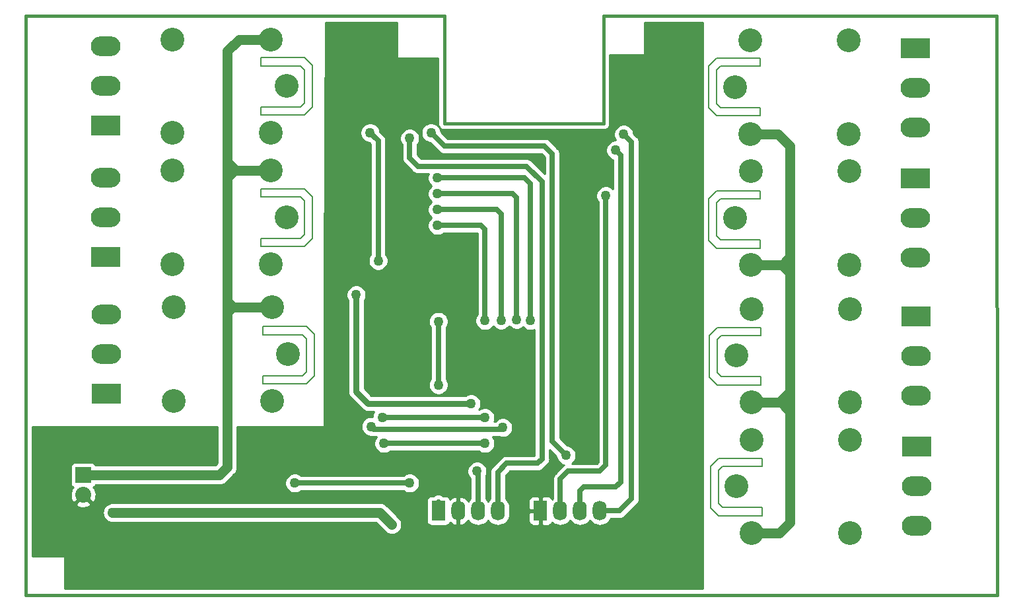
<source format=gbr>
G04 #@! TF.GenerationSoftware,KiCad,Pcbnew,(5.1.6)-1*
G04 #@! TF.CreationDate,2020-06-22T15:28:22+05:30*
G04 #@! TF.ProjectId,ESP8266_RelayBoard,45535038-3236-4365-9f52-656c6179426f,rev?*
G04 #@! TF.SameCoordinates,Original*
G04 #@! TF.FileFunction,Copper,L2,Bot*
G04 #@! TF.FilePolarity,Positive*
%FSLAX46Y46*%
G04 Gerber Fmt 4.6, Leading zero omitted, Abs format (unit mm)*
G04 Created by KiCad (PCBNEW (5.1.6)-1) date 2020-06-22 15:28:22*
%MOMM*%
%LPD*%
G01*
G04 APERTURE LIST*
G04 #@! TA.AperFunction,Profile*
%ADD10C,0.203200*%
G04 #@! TD*
G04 #@! TA.AperFunction,Profile*
%ADD11C,0.381000*%
G04 #@! TD*
G04 #@! TA.AperFunction,ComponentPad*
%ADD12R,2.032000X2.032000*%
G04 #@! TD*
G04 #@! TA.AperFunction,ComponentPad*
%ADD13C,2.032000*%
G04 #@! TD*
G04 #@! TA.AperFunction,ComponentPad*
%ADD14O,1.778000X2.540000*%
G04 #@! TD*
G04 #@! TA.AperFunction,ComponentPad*
%ADD15R,1.778000X2.540000*%
G04 #@! TD*
G04 #@! TA.AperFunction,ComponentPad*
%ADD16C,3.048000*%
G04 #@! TD*
G04 #@! TA.AperFunction,ComponentPad*
%ADD17O,3.810000X2.540000*%
G04 #@! TD*
G04 #@! TA.AperFunction,ComponentPad*
%ADD18R,3.810000X2.540000*%
G04 #@! TD*
G04 #@! TA.AperFunction,ViaPad*
%ADD19C,1.270000*%
G04 #@! TD*
G04 #@! TA.AperFunction,Conductor*
%ADD20C,1.270000*%
G04 #@! TD*
G04 #@! TA.AperFunction,Conductor*
%ADD21C,0.800000*%
G04 #@! TD*
G04 #@! TA.AperFunction,Conductor*
%ADD22C,0.700000*%
G04 #@! TD*
G04 #@! TA.AperFunction,Conductor*
%ADD23C,0.254000*%
G04 #@! TD*
G04 APERTURE END LIST*
D10*
X160464500Y-88265000D02*
X159448500Y-89281000D01*
X166052500Y-88265000D02*
X160464500Y-88265000D01*
X159448500Y-94615000D02*
X160464500Y-95631000D01*
X159448500Y-89281000D02*
X159448500Y-94615000D01*
X160464500Y-95631000D02*
X166052500Y-95631000D01*
X166052500Y-95631000D02*
X166052500Y-94551500D01*
X160464500Y-89789000D02*
X160972500Y-89281000D01*
X166052500Y-94551500D02*
X160972500Y-94551500D01*
X160464500Y-94043500D02*
X160464500Y-89789000D01*
X160972500Y-89281000D02*
X166052500Y-89281000D01*
X166052500Y-89281000D02*
X166052500Y-88265000D01*
X160972500Y-94551500D02*
X160464500Y-94043500D01*
X160337500Y-71501000D02*
X159321500Y-72517000D01*
X165925500Y-71501000D02*
X160337500Y-71501000D01*
X159321500Y-77851000D02*
X160337500Y-78867000D01*
X159321500Y-72517000D02*
X159321500Y-77851000D01*
X160337500Y-78867000D02*
X165925500Y-78867000D01*
X165925500Y-78867000D02*
X165925500Y-77787500D01*
X160337500Y-73025000D02*
X160845500Y-72517000D01*
X165925500Y-77787500D02*
X160845500Y-77787500D01*
X160337500Y-77279500D02*
X160337500Y-73025000D01*
X160845500Y-72517000D02*
X165925500Y-72517000D01*
X165925500Y-72517000D02*
X165925500Y-71501000D01*
X160845500Y-77787500D02*
X160337500Y-77279500D01*
X160274000Y-53975000D02*
X159258000Y-54991000D01*
X165862000Y-53975000D02*
X160274000Y-53975000D01*
X159258000Y-60325000D02*
X160274000Y-61341000D01*
X159258000Y-54991000D02*
X159258000Y-60325000D01*
X160274000Y-61341000D02*
X165862000Y-61341000D01*
X165862000Y-61341000D02*
X165862000Y-60261500D01*
X160274000Y-55499000D02*
X160782000Y-54991000D01*
X165862000Y-60261500D02*
X160782000Y-60261500D01*
X160274000Y-59753500D02*
X160274000Y-55499000D01*
X160782000Y-54991000D02*
X165862000Y-54991000D01*
X165862000Y-54991000D02*
X165862000Y-53975000D01*
X160782000Y-60261500D02*
X160274000Y-59753500D01*
X160274000Y-37020500D02*
X159258000Y-38036500D01*
X165862000Y-37020500D02*
X160274000Y-37020500D01*
X159258000Y-43370500D02*
X160274000Y-44386500D01*
X159258000Y-38036500D02*
X159258000Y-43370500D01*
X160274000Y-44386500D02*
X165862000Y-44386500D01*
X165862000Y-44386500D02*
X165862000Y-43307000D01*
X160274000Y-38544500D02*
X160782000Y-38036500D01*
X165862000Y-43307000D02*
X160782000Y-43307000D01*
X160274000Y-42799000D02*
X160274000Y-38544500D01*
X160782000Y-38036500D02*
X165862000Y-38036500D01*
X165862000Y-38036500D02*
X165862000Y-37020500D01*
X160782000Y-43307000D02*
X160274000Y-42799000D01*
X107378500Y-61087000D02*
X108394500Y-60071000D01*
X101790500Y-61087000D02*
X107378500Y-61087000D01*
X108394500Y-54737000D02*
X107378500Y-53721000D01*
X108394500Y-60071000D02*
X108394500Y-54737000D01*
X107378500Y-53721000D02*
X101790500Y-53721000D01*
X101790500Y-53721000D02*
X101790500Y-54800500D01*
X107378500Y-59563000D02*
X106870500Y-60071000D01*
X101790500Y-54800500D02*
X106870500Y-54800500D01*
X107378500Y-55308500D02*
X107378500Y-59563000D01*
X106870500Y-60071000D02*
X101790500Y-60071000D01*
X101790500Y-60071000D02*
X101790500Y-61087000D01*
X106870500Y-54800500D02*
X107378500Y-55308500D01*
X107696000Y-78740000D02*
X108712000Y-77724000D01*
X102108000Y-78740000D02*
X107696000Y-78740000D01*
X108712000Y-72390000D02*
X107696000Y-71374000D01*
X108712000Y-77724000D02*
X108712000Y-72390000D01*
X107696000Y-71374000D02*
X102108000Y-71374000D01*
X102108000Y-71374000D02*
X102108000Y-72453500D01*
X107696000Y-77216000D02*
X107188000Y-77724000D01*
X102108000Y-72453500D02*
X107188000Y-72453500D01*
X107696000Y-72961500D02*
X107696000Y-77216000D01*
X107188000Y-77724000D02*
X102108000Y-77724000D01*
X102108000Y-77724000D02*
X102108000Y-78740000D01*
X107188000Y-72453500D02*
X107696000Y-72961500D01*
X107378500Y-44259500D02*
X108394500Y-43243500D01*
X101790500Y-44259500D02*
X107378500Y-44259500D01*
X108394500Y-37909500D02*
X107378500Y-36893500D01*
X108394500Y-43243500D02*
X108394500Y-37909500D01*
X107378500Y-36893500D02*
X101790500Y-36893500D01*
X101790500Y-36893500D02*
X101790500Y-37973000D01*
X107378500Y-42735500D02*
X106870500Y-43243500D01*
X101790500Y-37973000D02*
X106870500Y-37973000D01*
X107378500Y-38481000D02*
X107378500Y-42735500D01*
X106870500Y-43243500D02*
X101790500Y-43243500D01*
X101790500Y-43243500D02*
X101790500Y-44259500D01*
X106870500Y-37973000D02*
X107378500Y-38481000D01*
D11*
X71691500Y-31559500D02*
X125349000Y-31559500D01*
X145732500Y-31559500D02*
X196151500Y-31559500D01*
X125349000Y-45339000D02*
X125349000Y-31559500D01*
X145732500Y-45339000D02*
X145732500Y-31559500D01*
X125349000Y-45339000D02*
X145732500Y-45339000D01*
X71691500Y-105791000D02*
X71691500Y-31559500D01*
X196215000Y-105791000D02*
X71691500Y-105791000D01*
X196151500Y-31559500D02*
X196215000Y-105791000D01*
D12*
X79057500Y-90424000D03*
D13*
X79057500Y-92964000D03*
D14*
X145288000Y-94996000D03*
X142748000Y-94996000D03*
X140208000Y-94996000D03*
D15*
X137668000Y-94996000D03*
D14*
X132207000Y-94996000D03*
X129667000Y-94996000D03*
X127127000Y-94996000D03*
D15*
X124587000Y-94996000D03*
D16*
X177174500Y-46703500D03*
X177174500Y-34703500D03*
X164569500Y-46703500D03*
X164569500Y-34703500D03*
X162569500Y-40703500D03*
X177228500Y-63467500D03*
X177228500Y-51467500D03*
X164623500Y-63467500D03*
X164623500Y-51467500D03*
X162623500Y-57467500D03*
X177355500Y-81120500D03*
X177355500Y-69120500D03*
X164750500Y-81120500D03*
X164750500Y-69120500D03*
X162750500Y-75120500D03*
X177355500Y-97884500D03*
X177355500Y-85884500D03*
X164750500Y-97884500D03*
X164750500Y-85884500D03*
X162750500Y-91884500D03*
X105270300Y-74942700D03*
X103270300Y-80942700D03*
X103270300Y-68942700D03*
X90665300Y-80942700D03*
X90665300Y-68942700D03*
X105117900Y-57416700D03*
X103117900Y-63416700D03*
X103117900Y-51416700D03*
X90512900Y-63416700D03*
X90512900Y-51416700D03*
X105092500Y-40576500D03*
X103092500Y-46576500D03*
X103092500Y-34576500D03*
X90487500Y-46576500D03*
X90487500Y-34576500D03*
D17*
X81902300Y-35420300D03*
X81902300Y-40500300D03*
D18*
X81902300Y-45580300D03*
X81953100Y-62496700D03*
D17*
X81953100Y-57416700D03*
X81953100Y-52336700D03*
D18*
X82003900Y-80022700D03*
D17*
X82003900Y-74942700D03*
X82003900Y-69862700D03*
D18*
X185864500Y-86741000D03*
D17*
X185864500Y-91821000D03*
X185864500Y-96901000D03*
X185788300Y-80225900D03*
X185788300Y-75145900D03*
D18*
X185788300Y-70065900D03*
X185686700Y-52387500D03*
D17*
X185686700Y-57467500D03*
X185686700Y-62547500D03*
D18*
X185686700Y-35674300D03*
D17*
X185686700Y-40754300D03*
X185686700Y-45834300D03*
D19*
X128778000Y-81280000D03*
X114046000Y-67310000D03*
X82804000Y-95250000D03*
X118618000Y-96774000D03*
X106172000Y-91440000D03*
X120904000Y-91440000D03*
X124587000Y-70739000D03*
X124587000Y-78867000D03*
X143764000Y-62992000D03*
X121412000Y-52832000D03*
X143764000Y-65278000D03*
X142240000Y-65278000D03*
X140716000Y-65278000D03*
X130810000Y-75946000D03*
X116840000Y-44450000D03*
X116840000Y-40132000D03*
X112268000Y-49276000D03*
X114046000Y-49276000D03*
X121412000Y-55372000D03*
X118872000Y-65278000D03*
X118872000Y-69342000D03*
X118872000Y-73914000D03*
X118872000Y-77724000D03*
X127762000Y-65278000D03*
X127762000Y-69342000D03*
X127762000Y-73914000D03*
X127762000Y-77724000D03*
X142748000Y-79248000D03*
X144526000Y-79248000D03*
X135128000Y-95758000D03*
X135128000Y-93980000D03*
X78994000Y-96774000D03*
X79248000Y-86868000D03*
X81534000Y-86868000D03*
X81534000Y-96774000D03*
X81534000Y-98552000D03*
X78994000Y-98552000D03*
X84328000Y-98552000D03*
X87630000Y-98552000D03*
X73406000Y-86868000D03*
X93980000Y-86868000D03*
X104140000Y-86868000D03*
X107188000Y-86868000D03*
X110744000Y-86868000D03*
X148590000Y-96520000D03*
X150114000Y-96520000D03*
X150876000Y-92710000D03*
X150876000Y-90932000D03*
X150876000Y-89154000D03*
X144526000Y-77470000D03*
X144526000Y-75692000D03*
X144526000Y-73914000D03*
X83820000Y-102870000D03*
X86360000Y-102870000D03*
X88900000Y-102870000D03*
X91440000Y-102870000D03*
X102870000Y-102870000D03*
X105410000Y-102870000D03*
X107950000Y-102870000D03*
X110490000Y-102870000D03*
X121920000Y-102870000D03*
X124460000Y-102870000D03*
X127000000Y-102870000D03*
X129540000Y-102870000D03*
X140970000Y-102870000D03*
X143510000Y-102870000D03*
X146050000Y-102870000D03*
X148590000Y-102870000D03*
X123634500Y-46545500D03*
X129540000Y-89916000D03*
X140970000Y-87884000D03*
X146050000Y-54610000D03*
X120904000Y-47244000D03*
X148336000Y-46736000D03*
X147320000Y-48768000D03*
X132627711Y-70572289D03*
X124460000Y-56388000D03*
X117382011Y-83023989D03*
X130556000Y-83058000D03*
X116874011Y-62957989D03*
X115832922Y-46549900D03*
X132842000Y-84328000D03*
X115951000Y-84201000D03*
X130556000Y-86360000D03*
X117602000Y-86360000D03*
X130556000Y-70612000D03*
X124460000Y-58420000D03*
X134607789Y-70490204D03*
X124460000Y-54356000D03*
X124460000Y-52324000D03*
X136380229Y-70630729D03*
D20*
X168688500Y-63467500D02*
X164623500Y-63467500D01*
X169672000Y-62484000D02*
X168688500Y-63467500D01*
X168307500Y-81120500D02*
X169672000Y-79756000D01*
X164750500Y-81120500D02*
X168307500Y-81120500D01*
X168688500Y-63532500D02*
X169672000Y-64516000D01*
X168688500Y-63467500D02*
X168688500Y-63532500D01*
X169672000Y-64516000D02*
X169672000Y-62484000D01*
X169672000Y-48260000D02*
X169672000Y-62484000D01*
X168115500Y-46703500D02*
X169672000Y-48260000D01*
X164569500Y-46703500D02*
X168115500Y-46703500D01*
X169672000Y-78740000D02*
X169672000Y-64516000D01*
X169672000Y-79756000D02*
X169672000Y-78740000D01*
X168307500Y-97884500D02*
X164750500Y-97884500D01*
X169672000Y-96520000D02*
X168307500Y-97884500D01*
X168496500Y-81120500D02*
X169672000Y-82296000D01*
X168307500Y-81120500D02*
X168496500Y-81120500D01*
X169672000Y-78740000D02*
X169672000Y-82296000D01*
X169672000Y-82296000D02*
X169672000Y-96520000D01*
X97536000Y-36068000D02*
X99027500Y-34576500D01*
X99027500Y-34576500D02*
X103092500Y-34576500D01*
X97536000Y-49784000D02*
X97536000Y-36068000D01*
X103117900Y-51416700D02*
X99168700Y-51416700D01*
X103270300Y-68942700D02*
X99422700Y-68942700D01*
X98443300Y-51416700D02*
X97536000Y-52324000D01*
X99168700Y-51416700D02*
X98443300Y-51416700D01*
X97536000Y-67056000D02*
X97536000Y-52324000D01*
X98443300Y-51199300D02*
X97536000Y-50292000D01*
X98443300Y-51416700D02*
X98443300Y-51199300D01*
X97536000Y-52324000D02*
X97536000Y-50292000D01*
X97536000Y-50292000D02*
X97536000Y-49784000D01*
X97681300Y-68942700D02*
X97536000Y-69088000D01*
X103270300Y-68942700D02*
X98697300Y-68942700D01*
X97536000Y-68072000D02*
X97536000Y-69088000D01*
X98697300Y-68942700D02*
X98406700Y-68942700D01*
X98697300Y-68942700D02*
X97681300Y-68942700D01*
X97536000Y-67056000D02*
X97536000Y-68072000D01*
X97536000Y-69088000D02*
X97536000Y-70104000D01*
X97536000Y-89408000D02*
X96520000Y-90424000D01*
X97536000Y-70104000D02*
X97536000Y-89408000D01*
X79057500Y-90424000D02*
X96520000Y-90424000D01*
D21*
X114046000Y-67310000D02*
X114046000Y-79756000D01*
X115570000Y-81280000D02*
X114046000Y-79756000D01*
X115570000Y-81280000D02*
X128778000Y-81280000D01*
D20*
X82804000Y-95250000D02*
X116586000Y-95250000D01*
X164591000Y-98044000D02*
X164750500Y-97884500D01*
D22*
X98697300Y-68942700D02*
X97536000Y-70104000D01*
X97536000Y-67781400D02*
X98697300Y-68942700D01*
X97536000Y-67056000D02*
X97536000Y-67781400D01*
D20*
X117094000Y-95250000D02*
X116586000Y-95250000D01*
X118618000Y-96774000D02*
X117094000Y-95250000D01*
D22*
X124587000Y-94996000D02*
X124587000Y-93853000D01*
X106172000Y-91440000D02*
X120904000Y-91440000D01*
X124587000Y-70739000D02*
X124587000Y-78867000D01*
X129667000Y-94996000D02*
X129667000Y-90043000D01*
X129667000Y-90043000D02*
X129540000Y-89916000D01*
X139192000Y-49276000D02*
X139192000Y-86106000D01*
X139192000Y-86106000D02*
X140970000Y-87884000D01*
X138176000Y-48260000D02*
X139192000Y-49276000D01*
X125349000Y-48260000D02*
X138176000Y-48260000D01*
X123634500Y-46545500D02*
X125349000Y-48260000D01*
X146050000Y-87122000D02*
X146050000Y-54610000D01*
X140208000Y-94996000D02*
X140208000Y-90932000D01*
X140208000Y-90932000D02*
X141224000Y-89916000D01*
X141224000Y-89916000D02*
X145288000Y-89916000D01*
X146050000Y-89154000D02*
X146050000Y-87122000D01*
X145288000Y-89916000D02*
X146050000Y-89154000D01*
X120904000Y-49784000D02*
X120904000Y-47244000D01*
X121950999Y-50830999D02*
X120904000Y-49784000D01*
X135851383Y-50830999D02*
X121950999Y-50830999D01*
X137873230Y-52852846D02*
X135851383Y-50830999D01*
X137873230Y-82598770D02*
X137873230Y-81993230D01*
X137873230Y-81993230D02*
X137873230Y-52852846D01*
X132207000Y-94996000D02*
X132207000Y-90043000D01*
X132207000Y-90043000D02*
X133350000Y-88900000D01*
X137316460Y-88900000D02*
X137873230Y-88343230D01*
X133350000Y-88900000D02*
X137316460Y-88900000D01*
X137873230Y-81993230D02*
X137873230Y-88343230D01*
X145288000Y-94996000D02*
X147828000Y-94996000D01*
X147828000Y-94996000D02*
X149352000Y-93472000D01*
X149352000Y-93472000D02*
X149352000Y-47752000D01*
X149352000Y-47752000D02*
X148336000Y-46736000D01*
X147954999Y-49402999D02*
X147954999Y-91313001D01*
X147320000Y-48768000D02*
X147954999Y-49402999D01*
X147954999Y-91313001D02*
X147320000Y-91948000D01*
X147320000Y-91948000D02*
X143256000Y-91948000D01*
X142748000Y-92456000D02*
X142748000Y-94996000D01*
X143256000Y-91948000D02*
X142748000Y-92456000D01*
X132627711Y-70572289D02*
X132627711Y-56935711D01*
X132080000Y-56388000D02*
X132627711Y-56935711D01*
X124460000Y-56388000D02*
X132080000Y-56388000D01*
X117416022Y-83058000D02*
X117382011Y-83023989D01*
X130556000Y-83058000D02*
X117416022Y-83058000D01*
X116874011Y-47590989D02*
X115832922Y-46549900D01*
X116874011Y-62957989D02*
X116874011Y-47590989D01*
X132618999Y-84551001D02*
X132842000Y-84328000D01*
X116301001Y-84551001D02*
X132618999Y-84551001D01*
X115951000Y-84201000D02*
X116301001Y-84551001D01*
X130556000Y-86360000D02*
X117602000Y-86360000D01*
X130556000Y-70612000D02*
X130556000Y-58928000D01*
X130048000Y-58420000D02*
X130556000Y-58928000D01*
X124460000Y-58420000D02*
X130048000Y-58420000D01*
X134087578Y-54356000D02*
X134607789Y-54876211D01*
X124460000Y-54356000D02*
X134087578Y-54356000D01*
X134607789Y-70490204D02*
X134607789Y-54876211D01*
X133763962Y-52324000D02*
X124460000Y-52324000D01*
X135636000Y-52324000D02*
X133763962Y-52324000D01*
X136380229Y-70630729D02*
X136380229Y-53068229D01*
X136380229Y-53068229D02*
X135636000Y-52324000D01*
D23*
G36*
X119253000Y-36830000D02*
G01*
X119255440Y-36854776D01*
X119262667Y-36878601D01*
X119274403Y-36900557D01*
X119290197Y-36919803D01*
X119309443Y-36935597D01*
X119331399Y-36947333D01*
X119355224Y-36954560D01*
X119380000Y-36957000D01*
X124523501Y-36957000D01*
X124523500Y-45298447D01*
X124519506Y-45339000D01*
X124535444Y-45500826D01*
X124582647Y-45656434D01*
X124641777Y-45767058D01*
X124620973Y-45735922D01*
X124444078Y-45559027D01*
X124236071Y-45420041D01*
X124004945Y-45324305D01*
X123759584Y-45275500D01*
X123509416Y-45275500D01*
X123264055Y-45324305D01*
X123032929Y-45420041D01*
X122824922Y-45559027D01*
X122648027Y-45735922D01*
X122509041Y-45943929D01*
X122413305Y-46175055D01*
X122364500Y-46420416D01*
X122364500Y-46670584D01*
X122413305Y-46915945D01*
X122509041Y-47147071D01*
X122648027Y-47355078D01*
X122824922Y-47531973D01*
X123032929Y-47670959D01*
X123264055Y-47766695D01*
X123509416Y-47815500D01*
X123511500Y-47815500D01*
X124618284Y-48922284D01*
X124649130Y-48959870D01*
X124799116Y-49082960D01*
X124918489Y-49146766D01*
X124970233Y-49174424D01*
X125155906Y-49230747D01*
X125348999Y-49249765D01*
X125397379Y-49245000D01*
X137768000Y-49245000D01*
X138207000Y-49684001D01*
X138207000Y-51793616D01*
X136582099Y-50168715D01*
X136551253Y-50131129D01*
X136401267Y-50008039D01*
X136230150Y-49916575D01*
X136044477Y-49860252D01*
X135899763Y-49845999D01*
X135851383Y-49841234D01*
X135803003Y-49845999D01*
X122358999Y-49845999D01*
X121889000Y-49376000D01*
X121889000Y-48055051D01*
X121890473Y-48053578D01*
X122029459Y-47845571D01*
X122125195Y-47614445D01*
X122174000Y-47369084D01*
X122174000Y-47118916D01*
X122125195Y-46873555D01*
X122029459Y-46642429D01*
X121890473Y-46434422D01*
X121713578Y-46257527D01*
X121505571Y-46118541D01*
X121274445Y-46022805D01*
X121029084Y-45974000D01*
X120778916Y-45974000D01*
X120533555Y-46022805D01*
X120302429Y-46118541D01*
X120094422Y-46257527D01*
X119917527Y-46434422D01*
X119778541Y-46642429D01*
X119682805Y-46873555D01*
X119634000Y-47118916D01*
X119634000Y-47369084D01*
X119682805Y-47614445D01*
X119778541Y-47845571D01*
X119917527Y-48053578D01*
X119919001Y-48055052D01*
X119919000Y-49735620D01*
X119914235Y-49784000D01*
X119927941Y-49923156D01*
X119933253Y-49977093D01*
X119989576Y-50162766D01*
X120081040Y-50333884D01*
X120204130Y-50483870D01*
X120241716Y-50514716D01*
X121220283Y-51493283D01*
X121251129Y-51530869D01*
X121401115Y-51653959D01*
X121572232Y-51745423D01*
X121714690Y-51788637D01*
X121757904Y-51801746D01*
X121950998Y-51820764D01*
X121999378Y-51815999D01*
X123295783Y-51815999D01*
X123238805Y-51953555D01*
X123190000Y-52198916D01*
X123190000Y-52449084D01*
X123238805Y-52694445D01*
X123334541Y-52925571D01*
X123473527Y-53133578D01*
X123650422Y-53310473D01*
X123694612Y-53340000D01*
X123650422Y-53369527D01*
X123473527Y-53546422D01*
X123334541Y-53754429D01*
X123238805Y-53985555D01*
X123190000Y-54230916D01*
X123190000Y-54481084D01*
X123238805Y-54726445D01*
X123334541Y-54957571D01*
X123473527Y-55165578D01*
X123650422Y-55342473D01*
X123694612Y-55372000D01*
X123650422Y-55401527D01*
X123473527Y-55578422D01*
X123334541Y-55786429D01*
X123238805Y-56017555D01*
X123190000Y-56262916D01*
X123190000Y-56513084D01*
X123238805Y-56758445D01*
X123334541Y-56989571D01*
X123473527Y-57197578D01*
X123650422Y-57374473D01*
X123694612Y-57404000D01*
X123650422Y-57433527D01*
X123473527Y-57610422D01*
X123334541Y-57818429D01*
X123238805Y-58049555D01*
X123190000Y-58294916D01*
X123190000Y-58545084D01*
X123238805Y-58790445D01*
X123334541Y-59021571D01*
X123473527Y-59229578D01*
X123650422Y-59406473D01*
X123858429Y-59545459D01*
X124089555Y-59641195D01*
X124334916Y-59690000D01*
X124585084Y-59690000D01*
X124830445Y-59641195D01*
X125061571Y-59545459D01*
X125269578Y-59406473D01*
X125271051Y-59405000D01*
X129571001Y-59405000D01*
X129571000Y-69800949D01*
X129569527Y-69802422D01*
X129430541Y-70010429D01*
X129334805Y-70241555D01*
X129286000Y-70486916D01*
X129286000Y-70737084D01*
X129334805Y-70982445D01*
X129430541Y-71213571D01*
X129569527Y-71421578D01*
X129746422Y-71598473D01*
X129954429Y-71737459D01*
X130185555Y-71833195D01*
X130430916Y-71882000D01*
X130681084Y-71882000D01*
X130926445Y-71833195D01*
X131157571Y-71737459D01*
X131365578Y-71598473D01*
X131542473Y-71421578D01*
X131605123Y-71327816D01*
X131641238Y-71381867D01*
X131818133Y-71558762D01*
X132026140Y-71697748D01*
X132257266Y-71793484D01*
X132502627Y-71842289D01*
X132752795Y-71842289D01*
X132998156Y-71793484D01*
X133229282Y-71697748D01*
X133437289Y-71558762D01*
X133614184Y-71381867D01*
X133649919Y-71328385D01*
X133798211Y-71476677D01*
X134006218Y-71615663D01*
X134237344Y-71711399D01*
X134482705Y-71760204D01*
X134732873Y-71760204D01*
X134978234Y-71711399D01*
X135209360Y-71615663D01*
X135417367Y-71476677D01*
X135423747Y-71470298D01*
X135570651Y-71617202D01*
X135778658Y-71756188D01*
X136009784Y-71851924D01*
X136255145Y-71900729D01*
X136505313Y-71900729D01*
X136750674Y-71851924D01*
X136888230Y-71794946D01*
X136888230Y-81944851D01*
X136888231Y-87915000D01*
X133398379Y-87915000D01*
X133349999Y-87910235D01*
X133156906Y-87929253D01*
X132971233Y-87985576D01*
X132800116Y-88077040D01*
X132650130Y-88200130D01*
X132619284Y-88237716D01*
X131544711Y-89312289D01*
X131507131Y-89343130D01*
X131384041Y-89493116D01*
X131356012Y-89545555D01*
X131292576Y-89664234D01*
X131236253Y-89849907D01*
X131217235Y-90043000D01*
X131222001Y-90091390D01*
X131222000Y-93451857D01*
X131124156Y-93532156D01*
X130937000Y-93760207D01*
X130749844Y-93532156D01*
X130652000Y-93451858D01*
X130652000Y-90537714D01*
X130665459Y-90517571D01*
X130761195Y-90286445D01*
X130810000Y-90041084D01*
X130810000Y-89790916D01*
X130761195Y-89545555D01*
X130665459Y-89314429D01*
X130526473Y-89106422D01*
X130349578Y-88929527D01*
X130141571Y-88790541D01*
X129910445Y-88694805D01*
X129665084Y-88646000D01*
X129414916Y-88646000D01*
X129169555Y-88694805D01*
X128938429Y-88790541D01*
X128730422Y-88929527D01*
X128553527Y-89106422D01*
X128414541Y-89314429D01*
X128318805Y-89545555D01*
X128270000Y-89790916D01*
X128270000Y-90041084D01*
X128318805Y-90286445D01*
X128414541Y-90517571D01*
X128553527Y-90725578D01*
X128682001Y-90854052D01*
X128682000Y-93451857D01*
X128584156Y-93532156D01*
X128393710Y-93764216D01*
X128391686Y-93768003D01*
X128323602Y-93662715D01*
X128114828Y-93447567D01*
X127868092Y-93277283D01*
X127592876Y-93158407D01*
X127490013Y-93134866D01*
X127254000Y-93255670D01*
X127254000Y-94869000D01*
X127274000Y-94869000D01*
X127274000Y-95123000D01*
X127254000Y-95123000D01*
X127254000Y-96736330D01*
X127490013Y-96857134D01*
X127592876Y-96833593D01*
X127868092Y-96714717D01*
X128114828Y-96544433D01*
X128323602Y-96329285D01*
X128391686Y-96223998D01*
X128393710Y-96227785D01*
X128584156Y-96459844D01*
X128816216Y-96650290D01*
X129080970Y-96791804D01*
X129368245Y-96878948D01*
X129667000Y-96908373D01*
X129965756Y-96878948D01*
X130253031Y-96791804D01*
X130517785Y-96650290D01*
X130749844Y-96459844D01*
X130937000Y-96231794D01*
X131124156Y-96459844D01*
X131356216Y-96650290D01*
X131620970Y-96791804D01*
X131908245Y-96878948D01*
X132207000Y-96908373D01*
X132505756Y-96878948D01*
X132793031Y-96791804D01*
X133057785Y-96650290D01*
X133289844Y-96459844D01*
X133448927Y-96266000D01*
X136140928Y-96266000D01*
X136153188Y-96390482D01*
X136189498Y-96510180D01*
X136248463Y-96620494D01*
X136327815Y-96717185D01*
X136424506Y-96796537D01*
X136534820Y-96855502D01*
X136654518Y-96891812D01*
X136779000Y-96904072D01*
X137382250Y-96901000D01*
X137541000Y-96742250D01*
X137541000Y-95123000D01*
X136302750Y-95123000D01*
X136144000Y-95281750D01*
X136140928Y-96266000D01*
X133448927Y-96266000D01*
X133480290Y-96227785D01*
X133621804Y-95963031D01*
X133708948Y-95675756D01*
X133731000Y-95451858D01*
X133731000Y-94540141D01*
X133708948Y-94316244D01*
X133621804Y-94028969D01*
X133480290Y-93764215D01*
X133448928Y-93726000D01*
X136140928Y-93726000D01*
X136144000Y-94710250D01*
X136302750Y-94869000D01*
X137541000Y-94869000D01*
X137541000Y-93249750D01*
X137382250Y-93091000D01*
X136779000Y-93087928D01*
X136654518Y-93100188D01*
X136534820Y-93136498D01*
X136424506Y-93195463D01*
X136327815Y-93274815D01*
X136248463Y-93371506D01*
X136189498Y-93481820D01*
X136153188Y-93601518D01*
X136140928Y-93726000D01*
X133448928Y-93726000D01*
X133289844Y-93532156D01*
X133192000Y-93451858D01*
X133192000Y-90451000D01*
X133758000Y-89885000D01*
X137268080Y-89885000D01*
X137316460Y-89889765D01*
X137364840Y-89885000D01*
X137509554Y-89870747D01*
X137695227Y-89814424D01*
X137866344Y-89722960D01*
X138016330Y-89599870D01*
X138047176Y-89562284D01*
X138535514Y-89073946D01*
X138573100Y-89043100D01*
X138696190Y-88893114D01*
X138787654Y-88721997D01*
X138843977Y-88536324D01*
X138852072Y-88454131D01*
X138862995Y-88343230D01*
X138858230Y-88294850D01*
X138858230Y-87165230D01*
X139700000Y-88007001D01*
X139700000Y-88009084D01*
X139748805Y-88254445D01*
X139844541Y-88485571D01*
X139983527Y-88693578D01*
X140160422Y-88870473D01*
X140368429Y-89009459D01*
X140599555Y-89105195D01*
X140647648Y-89114761D01*
X140524130Y-89216130D01*
X140493289Y-89253710D01*
X139545711Y-90201289D01*
X139508131Y-90232130D01*
X139385041Y-90382116D01*
X139376242Y-90398578D01*
X139293576Y-90553234D01*
X139237253Y-90738907D01*
X139218235Y-90932000D01*
X139223001Y-90980390D01*
X139223000Y-93451857D01*
X139154473Y-93508096D01*
X139146502Y-93481820D01*
X139087537Y-93371506D01*
X139008185Y-93274815D01*
X138911494Y-93195463D01*
X138801180Y-93136498D01*
X138681482Y-93100188D01*
X138557000Y-93087928D01*
X137953750Y-93091000D01*
X137795000Y-93249750D01*
X137795000Y-94869000D01*
X137815000Y-94869000D01*
X137815000Y-95123000D01*
X137795000Y-95123000D01*
X137795000Y-96742250D01*
X137953750Y-96901000D01*
X138557000Y-96904072D01*
X138681482Y-96891812D01*
X138801180Y-96855502D01*
X138911494Y-96796537D01*
X139008185Y-96717185D01*
X139087537Y-96620494D01*
X139146502Y-96510180D01*
X139154473Y-96483904D01*
X139357216Y-96650290D01*
X139621970Y-96791804D01*
X139909245Y-96878948D01*
X140208000Y-96908373D01*
X140506756Y-96878948D01*
X140794031Y-96791804D01*
X141058785Y-96650290D01*
X141290844Y-96459844D01*
X141478000Y-96231794D01*
X141665156Y-96459844D01*
X141897216Y-96650290D01*
X142161970Y-96791804D01*
X142449245Y-96878948D01*
X142748000Y-96908373D01*
X143046756Y-96878948D01*
X143334031Y-96791804D01*
X143598785Y-96650290D01*
X143830844Y-96459844D01*
X144018000Y-96231794D01*
X144205156Y-96459844D01*
X144437216Y-96650290D01*
X144701970Y-96791804D01*
X144989245Y-96878948D01*
X145288000Y-96908373D01*
X145586756Y-96878948D01*
X145874031Y-96791804D01*
X146138785Y-96650290D01*
X146370844Y-96459844D01*
X146561290Y-96227785D01*
X146693199Y-95981000D01*
X147779620Y-95981000D01*
X147828000Y-95985765D01*
X147876380Y-95981000D01*
X148021094Y-95966747D01*
X148206767Y-95910424D01*
X148377884Y-95818960D01*
X148527870Y-95695870D01*
X148558716Y-95658284D01*
X150014284Y-94202716D01*
X150051870Y-94171870D01*
X150174960Y-94021884D01*
X150266424Y-93850767D01*
X150322747Y-93665094D01*
X150337000Y-93520380D01*
X150337000Y-93520379D01*
X150341765Y-93472001D01*
X150337000Y-93423623D01*
X150337000Y-47800380D01*
X150341765Y-47752000D01*
X150322747Y-47558906D01*
X150266424Y-47373233D01*
X150247362Y-47337571D01*
X150174960Y-47202116D01*
X150051870Y-47052130D01*
X150014290Y-47021289D01*
X149606000Y-46612999D01*
X149606000Y-46610916D01*
X149557195Y-46365555D01*
X149461459Y-46134429D01*
X149322473Y-45926422D01*
X149145578Y-45749527D01*
X148937571Y-45610541D01*
X148706445Y-45514805D01*
X148461084Y-45466000D01*
X148210916Y-45466000D01*
X147965555Y-45514805D01*
X147734429Y-45610541D01*
X147526422Y-45749527D01*
X147349527Y-45926422D01*
X147210541Y-46134429D01*
X147114805Y-46365555D01*
X147066000Y-46610916D01*
X147066000Y-46861084D01*
X147114805Y-47106445D01*
X147210541Y-47337571D01*
X147317736Y-47498000D01*
X147194916Y-47498000D01*
X146949555Y-47546805D01*
X146718429Y-47642541D01*
X146510422Y-47781527D01*
X146333527Y-47958422D01*
X146194541Y-48166429D01*
X146098805Y-48397555D01*
X146050000Y-48642916D01*
X146050000Y-48893084D01*
X146098805Y-49138445D01*
X146194541Y-49369571D01*
X146333527Y-49577578D01*
X146510422Y-49754473D01*
X146718429Y-49893459D01*
X146949555Y-49989195D01*
X146969999Y-49993262D01*
X146969999Y-53733948D01*
X146859578Y-53623527D01*
X146651571Y-53484541D01*
X146420445Y-53388805D01*
X146175084Y-53340000D01*
X145924916Y-53340000D01*
X145679555Y-53388805D01*
X145448429Y-53484541D01*
X145240422Y-53623527D01*
X145063527Y-53800422D01*
X144924541Y-54008429D01*
X144828805Y-54239555D01*
X144780000Y-54484916D01*
X144780000Y-54735084D01*
X144828805Y-54980445D01*
X144924541Y-55211571D01*
X145063527Y-55419578D01*
X145065001Y-55421052D01*
X145065000Y-87170379D01*
X145065001Y-87170389D01*
X145065000Y-88745999D01*
X144880000Y-88931000D01*
X141688993Y-88931000D01*
X141779578Y-88870473D01*
X141956473Y-88693578D01*
X142095459Y-88485571D01*
X142191195Y-88254445D01*
X142240000Y-88009084D01*
X142240000Y-87758916D01*
X142191195Y-87513555D01*
X142095459Y-87282429D01*
X141956473Y-87074422D01*
X141779578Y-86897527D01*
X141571571Y-86758541D01*
X141340445Y-86662805D01*
X141095084Y-86614000D01*
X141093001Y-86614000D01*
X140177000Y-85698000D01*
X140177000Y-49324380D01*
X140181765Y-49276000D01*
X140162747Y-49082906D01*
X140106424Y-48897233D01*
X140082842Y-48853115D01*
X140014960Y-48726116D01*
X139891870Y-48576130D01*
X139854290Y-48545289D01*
X138906715Y-47597715D01*
X138875870Y-47560130D01*
X138725884Y-47437040D01*
X138554767Y-47345576D01*
X138369094Y-47289253D01*
X138224380Y-47275000D01*
X138176000Y-47270235D01*
X138127620Y-47275000D01*
X125757000Y-47275000D01*
X124904500Y-46422500D01*
X124904500Y-46420416D01*
X124855695Y-46175055D01*
X124759959Y-45943929D01*
X124682881Y-45828573D01*
X124762459Y-45925541D01*
X124888158Y-46028699D01*
X125031566Y-46105353D01*
X125187174Y-46152556D01*
X125349000Y-46168494D01*
X125389553Y-46164500D01*
X145691947Y-46164500D01*
X145732500Y-46168494D01*
X145773053Y-46164500D01*
X145894326Y-46152556D01*
X146049934Y-46105353D01*
X146193342Y-46028699D01*
X146319041Y-45925541D01*
X146422199Y-45799842D01*
X146498853Y-45656434D01*
X146546056Y-45500826D01*
X146561994Y-45339000D01*
X146558000Y-45298447D01*
X146558000Y-36576000D01*
X150876000Y-36576000D01*
X150900776Y-36573560D01*
X150924601Y-36566333D01*
X150946557Y-36554597D01*
X150965803Y-36538803D01*
X150981597Y-36519557D01*
X150993333Y-36497601D01*
X151000560Y-36473776D01*
X151003000Y-36449000D01*
X151003000Y-32385000D01*
X158496000Y-32385000D01*
X158496000Y-104965500D01*
X76708000Y-104965500D01*
X76708000Y-100965000D01*
X76705560Y-100940224D01*
X76698333Y-100916399D01*
X76686597Y-100894443D01*
X76670803Y-100875197D01*
X76651557Y-100859403D01*
X76629601Y-100847667D01*
X76605776Y-100840440D01*
X76581000Y-100838000D01*
X72517000Y-100838000D01*
X72517000Y-95250000D01*
X81527856Y-95250000D01*
X81534000Y-95312380D01*
X81534000Y-95375084D01*
X81546233Y-95436585D01*
X81552377Y-95498963D01*
X81570571Y-95558941D01*
X81582805Y-95620445D01*
X81606803Y-95678380D01*
X81624997Y-95738359D01*
X81654545Y-95793639D01*
X81678541Y-95851571D01*
X81713375Y-95903704D01*
X81742925Y-95958988D01*
X81782693Y-96007445D01*
X81817527Y-96059578D01*
X81861863Y-96103914D01*
X81901630Y-96152370D01*
X81950086Y-96192137D01*
X81994422Y-96236473D01*
X82046555Y-96271307D01*
X82095012Y-96311075D01*
X82150296Y-96340625D01*
X82202429Y-96375459D01*
X82260361Y-96399455D01*
X82315641Y-96429003D01*
X82375620Y-96447197D01*
X82433555Y-96471195D01*
X82495059Y-96483429D01*
X82555037Y-96501623D01*
X82617415Y-96507767D01*
X82678916Y-96520000D01*
X116567950Y-96520000D01*
X117631527Y-97583578D01*
X117808422Y-97760473D01*
X117860557Y-97795308D01*
X117909011Y-97835074D01*
X117964292Y-97864622D01*
X118016429Y-97899459D01*
X118074364Y-97923457D01*
X118129640Y-97953002D01*
X118189616Y-97971196D01*
X118247555Y-97995195D01*
X118309058Y-98007429D01*
X118369036Y-98025623D01*
X118431413Y-98031766D01*
X118492916Y-98044000D01*
X118555626Y-98044000D01*
X118617999Y-98050143D01*
X118680372Y-98044000D01*
X118743084Y-98044000D01*
X118804589Y-98031766D01*
X118866962Y-98025623D01*
X118926936Y-98007430D01*
X118988445Y-97995195D01*
X119046389Y-97971194D01*
X119106358Y-97953002D01*
X119161627Y-97923460D01*
X119219571Y-97899459D01*
X119271716Y-97864617D01*
X119326987Y-97835074D01*
X119375433Y-97795315D01*
X119427578Y-97760473D01*
X119471925Y-97716126D01*
X119520369Y-97676369D01*
X119560126Y-97627925D01*
X119604473Y-97583578D01*
X119639315Y-97531433D01*
X119679074Y-97482987D01*
X119708617Y-97427716D01*
X119743459Y-97375571D01*
X119767460Y-97317627D01*
X119797002Y-97262358D01*
X119815194Y-97202389D01*
X119839195Y-97144445D01*
X119851430Y-97082936D01*
X119869623Y-97022962D01*
X119875766Y-96960589D01*
X119888000Y-96899084D01*
X119888000Y-96836372D01*
X119894143Y-96773999D01*
X119888000Y-96711626D01*
X119888000Y-96648916D01*
X119875766Y-96587413D01*
X119869623Y-96525036D01*
X119851429Y-96465058D01*
X119839195Y-96403555D01*
X119815196Y-96345616D01*
X119797002Y-96285640D01*
X119767457Y-96230364D01*
X119743459Y-96172429D01*
X119708622Y-96120292D01*
X119679074Y-96065011D01*
X119639308Y-96016557D01*
X119604473Y-95964422D01*
X119427578Y-95787527D01*
X118036141Y-94396091D01*
X117996370Y-94347630D01*
X117802988Y-94188925D01*
X117582359Y-94070997D01*
X117342963Y-93998377D01*
X117156380Y-93980000D01*
X117156373Y-93980000D01*
X117094000Y-93973857D01*
X117031627Y-93980000D01*
X82678916Y-93980000D01*
X82617415Y-93992233D01*
X82555037Y-93998377D01*
X82495059Y-94016571D01*
X82433555Y-94028805D01*
X82375620Y-94052803D01*
X82315641Y-94070997D01*
X82260361Y-94100545D01*
X82202429Y-94124541D01*
X82150296Y-94159375D01*
X82095012Y-94188925D01*
X82046555Y-94228693D01*
X81994422Y-94263527D01*
X81950086Y-94307863D01*
X81901630Y-94347630D01*
X81861863Y-94396086D01*
X81817527Y-94440422D01*
X81782693Y-94492555D01*
X81742925Y-94541012D01*
X81713375Y-94596296D01*
X81678541Y-94648429D01*
X81654545Y-94706361D01*
X81624997Y-94761641D01*
X81606803Y-94821620D01*
X81582805Y-94879555D01*
X81570571Y-94941059D01*
X81552377Y-95001037D01*
X81546233Y-95063415D01*
X81534000Y-95124916D01*
X81534000Y-95187620D01*
X81527856Y-95250000D01*
X72517000Y-95250000D01*
X72517000Y-94110823D01*
X78090282Y-94110823D01*
X78187978Y-94376860D01*
X78480321Y-94519348D01*
X78794844Y-94602064D01*
X79119462Y-94621831D01*
X79441698Y-94577888D01*
X79749170Y-94471924D01*
X79927022Y-94376860D01*
X80024718Y-94110823D01*
X79057500Y-93143605D01*
X78090282Y-94110823D01*
X72517000Y-94110823D01*
X72517000Y-84264500D01*
X96266001Y-84264500D01*
X96266001Y-88881948D01*
X95993950Y-89154000D01*
X80657753Y-89154000D01*
X80604037Y-89053506D01*
X80524685Y-88956815D01*
X80427994Y-88877463D01*
X80317680Y-88818498D01*
X80197982Y-88782188D01*
X80073500Y-88769928D01*
X78041500Y-88769928D01*
X77917018Y-88782188D01*
X77797320Y-88818498D01*
X77687006Y-88877463D01*
X77590315Y-88956815D01*
X77510963Y-89053506D01*
X77451998Y-89163820D01*
X77415688Y-89283518D01*
X77403428Y-89408000D01*
X77403428Y-91440000D01*
X77415688Y-91564482D01*
X77451998Y-91684180D01*
X77510963Y-91794494D01*
X77590315Y-91891185D01*
X77687006Y-91970537D01*
X77797320Y-92029502D01*
X77810604Y-92033532D01*
X77644640Y-92094478D01*
X77502152Y-92386821D01*
X77419436Y-92701344D01*
X77399669Y-93025962D01*
X77443612Y-93348198D01*
X77549576Y-93655670D01*
X77644640Y-93833522D01*
X77910677Y-93931218D01*
X78877895Y-92964000D01*
X78863753Y-92949858D01*
X79043358Y-92770253D01*
X79057500Y-92784395D01*
X79071643Y-92770253D01*
X79251248Y-92949858D01*
X79237105Y-92964000D01*
X80204323Y-93931218D01*
X80470360Y-93833522D01*
X80522766Y-93726000D01*
X123059928Y-93726000D01*
X123059928Y-96266000D01*
X123072188Y-96390482D01*
X123108498Y-96510180D01*
X123167463Y-96620494D01*
X123246815Y-96717185D01*
X123343506Y-96796537D01*
X123453820Y-96855502D01*
X123573518Y-96891812D01*
X123698000Y-96904072D01*
X125476000Y-96904072D01*
X125600482Y-96891812D01*
X125720180Y-96855502D01*
X125830494Y-96796537D01*
X125927185Y-96717185D01*
X126006537Y-96620494D01*
X126065502Y-96510180D01*
X126075131Y-96478437D01*
X126139172Y-96544433D01*
X126385908Y-96714717D01*
X126661124Y-96833593D01*
X126763987Y-96857134D01*
X127000000Y-96736330D01*
X127000000Y-95123000D01*
X126980000Y-95123000D01*
X126980000Y-94869000D01*
X127000000Y-94869000D01*
X127000000Y-93255670D01*
X126763987Y-93134866D01*
X126661124Y-93158407D01*
X126385908Y-93277283D01*
X126139172Y-93447567D01*
X126075131Y-93513563D01*
X126065502Y-93481820D01*
X126006537Y-93371506D01*
X125927185Y-93274815D01*
X125830494Y-93195463D01*
X125720180Y-93136498D01*
X125600482Y-93100188D01*
X125476000Y-93087928D01*
X125207421Y-93087928D01*
X125136884Y-93030040D01*
X124965767Y-92938576D01*
X124780094Y-92882253D01*
X124587000Y-92863235D01*
X124393907Y-92882253D01*
X124208234Y-92938576D01*
X124037117Y-93030040D01*
X123966580Y-93087928D01*
X123698000Y-93087928D01*
X123573518Y-93100188D01*
X123453820Y-93136498D01*
X123343506Y-93195463D01*
X123246815Y-93274815D01*
X123167463Y-93371506D01*
X123108498Y-93481820D01*
X123072188Y-93601518D01*
X123059928Y-93726000D01*
X80522766Y-93726000D01*
X80612848Y-93541179D01*
X80695564Y-93226656D01*
X80715331Y-92902038D01*
X80671388Y-92579802D01*
X80565424Y-92272330D01*
X80470360Y-92094478D01*
X80304396Y-92033532D01*
X80317680Y-92029502D01*
X80427994Y-91970537D01*
X80524685Y-91891185D01*
X80604037Y-91794494D01*
X80657753Y-91694000D01*
X96457627Y-91694000D01*
X96520000Y-91700143D01*
X96582373Y-91694000D01*
X96582380Y-91694000D01*
X96768963Y-91675623D01*
X97008359Y-91603003D01*
X97228988Y-91485075D01*
X97422370Y-91326370D01*
X97431770Y-91314916D01*
X104902000Y-91314916D01*
X104902000Y-91565084D01*
X104950805Y-91810445D01*
X105046541Y-92041571D01*
X105185527Y-92249578D01*
X105362422Y-92426473D01*
X105570429Y-92565459D01*
X105801555Y-92661195D01*
X106046916Y-92710000D01*
X106297084Y-92710000D01*
X106542445Y-92661195D01*
X106773571Y-92565459D01*
X106981578Y-92426473D01*
X106983051Y-92425000D01*
X120092949Y-92425000D01*
X120094422Y-92426473D01*
X120302429Y-92565459D01*
X120533555Y-92661195D01*
X120778916Y-92710000D01*
X121029084Y-92710000D01*
X121274445Y-92661195D01*
X121505571Y-92565459D01*
X121713578Y-92426473D01*
X121890473Y-92249578D01*
X122029459Y-92041571D01*
X122125195Y-91810445D01*
X122174000Y-91565084D01*
X122174000Y-91314916D01*
X122125195Y-91069555D01*
X122029459Y-90838429D01*
X121890473Y-90630422D01*
X121713578Y-90453527D01*
X121505571Y-90314541D01*
X121274445Y-90218805D01*
X121029084Y-90170000D01*
X120778916Y-90170000D01*
X120533555Y-90218805D01*
X120302429Y-90314541D01*
X120094422Y-90453527D01*
X120092949Y-90455000D01*
X106983051Y-90455000D01*
X106981578Y-90453527D01*
X106773571Y-90314541D01*
X106542445Y-90218805D01*
X106297084Y-90170000D01*
X106046916Y-90170000D01*
X105801555Y-90218805D01*
X105570429Y-90314541D01*
X105362422Y-90453527D01*
X105185527Y-90630422D01*
X105046541Y-90838429D01*
X104950805Y-91069555D01*
X104902000Y-91314916D01*
X97431770Y-91314916D01*
X97462141Y-91277909D01*
X98389914Y-90350137D01*
X98438370Y-90310370D01*
X98597075Y-90116988D01*
X98715003Y-89896359D01*
X98773390Y-89703884D01*
X98787623Y-89656964D01*
X98796947Y-89562291D01*
X98806000Y-89470380D01*
X98806000Y-89470373D01*
X98812143Y-89408000D01*
X98806000Y-89345627D01*
X98806000Y-84264500D01*
X109791500Y-84264500D01*
X109816276Y-84262060D01*
X109840101Y-84254833D01*
X109862057Y-84243097D01*
X109881303Y-84227303D01*
X109897097Y-84208057D01*
X109908833Y-84186101D01*
X109916060Y-84162276D01*
X109918499Y-84137960D01*
X109979923Y-67184916D01*
X112776000Y-67184916D01*
X112776000Y-67435084D01*
X112824805Y-67680445D01*
X112920541Y-67911571D01*
X113011000Y-68046952D01*
X113011001Y-79705162D01*
X113005994Y-79756000D01*
X113025977Y-79958895D01*
X113085160Y-80153993D01*
X113181266Y-80333797D01*
X113278197Y-80451907D01*
X113310605Y-80491396D01*
X113350092Y-80523802D01*
X114802197Y-81975908D01*
X114834604Y-82015396D01*
X114874092Y-82047803D01*
X114903000Y-82071527D01*
X114992203Y-82144734D01*
X115172007Y-82240841D01*
X115367105Y-82300024D01*
X115519162Y-82315000D01*
X115519171Y-82315000D01*
X115569999Y-82320006D01*
X115620827Y-82315000D01*
X116328326Y-82315000D01*
X116256552Y-82422418D01*
X116160816Y-82653544D01*
X116112011Y-82898905D01*
X116112011Y-82938146D01*
X116076084Y-82931000D01*
X115825916Y-82931000D01*
X115580555Y-82979805D01*
X115349429Y-83075541D01*
X115141422Y-83214527D01*
X114964527Y-83391422D01*
X114825541Y-83599429D01*
X114729805Y-83830555D01*
X114681000Y-84075916D01*
X114681000Y-84326084D01*
X114729805Y-84571445D01*
X114825541Y-84802571D01*
X114964527Y-85010578D01*
X115141422Y-85187473D01*
X115349429Y-85326459D01*
X115580555Y-85422195D01*
X115825916Y-85471000D01*
X115940612Y-85471000D01*
X116015070Y-85493586D01*
X116107906Y-85521748D01*
X116301000Y-85540766D01*
X116349380Y-85536001D01*
X116629948Y-85536001D01*
X116615527Y-85550422D01*
X116476541Y-85758429D01*
X116380805Y-85989555D01*
X116332000Y-86234916D01*
X116332000Y-86485084D01*
X116380805Y-86730445D01*
X116476541Y-86961571D01*
X116615527Y-87169578D01*
X116792422Y-87346473D01*
X117000429Y-87485459D01*
X117231555Y-87581195D01*
X117476916Y-87630000D01*
X117727084Y-87630000D01*
X117972445Y-87581195D01*
X118203571Y-87485459D01*
X118411578Y-87346473D01*
X118413051Y-87345000D01*
X129744949Y-87345000D01*
X129746422Y-87346473D01*
X129954429Y-87485459D01*
X130185555Y-87581195D01*
X130430916Y-87630000D01*
X130681084Y-87630000D01*
X130926445Y-87581195D01*
X131157571Y-87485459D01*
X131365578Y-87346473D01*
X131542473Y-87169578D01*
X131681459Y-86961571D01*
X131777195Y-86730445D01*
X131826000Y-86485084D01*
X131826000Y-86234916D01*
X131777195Y-85989555D01*
X131681459Y-85758429D01*
X131542473Y-85550422D01*
X131528052Y-85536001D01*
X132439702Y-85536001D01*
X132471555Y-85549195D01*
X132716916Y-85598000D01*
X132967084Y-85598000D01*
X133212445Y-85549195D01*
X133443571Y-85453459D01*
X133651578Y-85314473D01*
X133828473Y-85137578D01*
X133967459Y-84929571D01*
X134063195Y-84698445D01*
X134112000Y-84453084D01*
X134112000Y-84202916D01*
X134063195Y-83957555D01*
X133967459Y-83726429D01*
X133828473Y-83518422D01*
X133651578Y-83341527D01*
X133443571Y-83202541D01*
X133212445Y-83106805D01*
X132967084Y-83058000D01*
X132716916Y-83058000D01*
X132471555Y-83106805D01*
X132240429Y-83202541D01*
X132032422Y-83341527D01*
X131855527Y-83518422D01*
X131823736Y-83566001D01*
X131720217Y-83566001D01*
X131777195Y-83428445D01*
X131826000Y-83183084D01*
X131826000Y-82932916D01*
X131777195Y-82687555D01*
X131681459Y-82456429D01*
X131542473Y-82248422D01*
X131365578Y-82071527D01*
X131157571Y-81932541D01*
X130926445Y-81836805D01*
X130681084Y-81788000D01*
X130430916Y-81788000D01*
X130185555Y-81836805D01*
X129954429Y-81932541D01*
X129800822Y-82035178D01*
X129903459Y-81881571D01*
X129999195Y-81650445D01*
X130048000Y-81405084D01*
X130048000Y-81154916D01*
X129999195Y-80909555D01*
X129903459Y-80678429D01*
X129764473Y-80470422D01*
X129587578Y-80293527D01*
X129379571Y-80154541D01*
X129148445Y-80058805D01*
X128903084Y-80010000D01*
X128652916Y-80010000D01*
X128407555Y-80058805D01*
X128176429Y-80154541D01*
X128041048Y-80245000D01*
X115998711Y-80245000D01*
X115081000Y-79327290D01*
X115081000Y-70613916D01*
X123317000Y-70613916D01*
X123317000Y-70864084D01*
X123365805Y-71109445D01*
X123461541Y-71340571D01*
X123600527Y-71548578D01*
X123602000Y-71550051D01*
X123602001Y-78055948D01*
X123600527Y-78057422D01*
X123461541Y-78265429D01*
X123365805Y-78496555D01*
X123317000Y-78741916D01*
X123317000Y-78992084D01*
X123365805Y-79237445D01*
X123461541Y-79468571D01*
X123600527Y-79676578D01*
X123777422Y-79853473D01*
X123985429Y-79992459D01*
X124216555Y-80088195D01*
X124461916Y-80137000D01*
X124712084Y-80137000D01*
X124957445Y-80088195D01*
X125188571Y-79992459D01*
X125396578Y-79853473D01*
X125573473Y-79676578D01*
X125712459Y-79468571D01*
X125808195Y-79237445D01*
X125857000Y-78992084D01*
X125857000Y-78741916D01*
X125808195Y-78496555D01*
X125712459Y-78265429D01*
X125573473Y-78057422D01*
X125572000Y-78055949D01*
X125572000Y-71550051D01*
X125573473Y-71548578D01*
X125712459Y-71340571D01*
X125808195Y-71109445D01*
X125857000Y-70864084D01*
X125857000Y-70613916D01*
X125808195Y-70368555D01*
X125712459Y-70137429D01*
X125573473Y-69929422D01*
X125396578Y-69752527D01*
X125188571Y-69613541D01*
X124957445Y-69517805D01*
X124712084Y-69469000D01*
X124461916Y-69469000D01*
X124216555Y-69517805D01*
X123985429Y-69613541D01*
X123777422Y-69752527D01*
X123600527Y-69929422D01*
X123461541Y-70137429D01*
X123365805Y-70368555D01*
X123317000Y-70613916D01*
X115081000Y-70613916D01*
X115081000Y-68046952D01*
X115171459Y-67911571D01*
X115267195Y-67680445D01*
X115316000Y-67435084D01*
X115316000Y-67184916D01*
X115267195Y-66939555D01*
X115171459Y-66708429D01*
X115032473Y-66500422D01*
X114855578Y-66323527D01*
X114647571Y-66184541D01*
X114416445Y-66088805D01*
X114171084Y-66040000D01*
X113920916Y-66040000D01*
X113675555Y-66088805D01*
X113444429Y-66184541D01*
X113236422Y-66323527D01*
X113059527Y-66500422D01*
X112920541Y-66708429D01*
X112824805Y-66939555D01*
X112776000Y-67184916D01*
X109979923Y-67184916D01*
X110055140Y-46424816D01*
X114562922Y-46424816D01*
X114562922Y-46674984D01*
X114611727Y-46920345D01*
X114707463Y-47151471D01*
X114846449Y-47359478D01*
X115023344Y-47536373D01*
X115231351Y-47675359D01*
X115462477Y-47771095D01*
X115707838Y-47819900D01*
X115709922Y-47819900D01*
X115889012Y-47998990D01*
X115889011Y-62146938D01*
X115887538Y-62148411D01*
X115748552Y-62356418D01*
X115652816Y-62587544D01*
X115604011Y-62832905D01*
X115604011Y-63083073D01*
X115652816Y-63328434D01*
X115748552Y-63559560D01*
X115887538Y-63767567D01*
X116064433Y-63944462D01*
X116272440Y-64083448D01*
X116503566Y-64179184D01*
X116748927Y-64227989D01*
X116999095Y-64227989D01*
X117244456Y-64179184D01*
X117475582Y-64083448D01*
X117683589Y-63944462D01*
X117860484Y-63767567D01*
X117999470Y-63559560D01*
X118095206Y-63328434D01*
X118144011Y-63083073D01*
X118144011Y-62832905D01*
X118095206Y-62587544D01*
X117999470Y-62356418D01*
X117860484Y-62148411D01*
X117859011Y-62146938D01*
X117859011Y-47639368D01*
X117863776Y-47590988D01*
X117844758Y-47397894D01*
X117811802Y-47289253D01*
X117788435Y-47212222D01*
X117696971Y-47041105D01*
X117573881Y-46891119D01*
X117536295Y-46860273D01*
X117102922Y-46426900D01*
X117102922Y-46424816D01*
X117054117Y-46179455D01*
X116958381Y-45948329D01*
X116819395Y-45740322D01*
X116642500Y-45563427D01*
X116434493Y-45424441D01*
X116203367Y-45328705D01*
X115958006Y-45279900D01*
X115707838Y-45279900D01*
X115462477Y-45328705D01*
X115231351Y-45424441D01*
X115023344Y-45563427D01*
X114846449Y-45740322D01*
X114707463Y-45948329D01*
X114611727Y-46179455D01*
X114562922Y-46424816D01*
X110055140Y-46424816D01*
X110106010Y-32385000D01*
X119253000Y-32385000D01*
X119253000Y-36830000D01*
G37*
X119253000Y-36830000D02*
X119255440Y-36854776D01*
X119262667Y-36878601D01*
X119274403Y-36900557D01*
X119290197Y-36919803D01*
X119309443Y-36935597D01*
X119331399Y-36947333D01*
X119355224Y-36954560D01*
X119380000Y-36957000D01*
X124523501Y-36957000D01*
X124523500Y-45298447D01*
X124519506Y-45339000D01*
X124535444Y-45500826D01*
X124582647Y-45656434D01*
X124641777Y-45767058D01*
X124620973Y-45735922D01*
X124444078Y-45559027D01*
X124236071Y-45420041D01*
X124004945Y-45324305D01*
X123759584Y-45275500D01*
X123509416Y-45275500D01*
X123264055Y-45324305D01*
X123032929Y-45420041D01*
X122824922Y-45559027D01*
X122648027Y-45735922D01*
X122509041Y-45943929D01*
X122413305Y-46175055D01*
X122364500Y-46420416D01*
X122364500Y-46670584D01*
X122413305Y-46915945D01*
X122509041Y-47147071D01*
X122648027Y-47355078D01*
X122824922Y-47531973D01*
X123032929Y-47670959D01*
X123264055Y-47766695D01*
X123509416Y-47815500D01*
X123511500Y-47815500D01*
X124618284Y-48922284D01*
X124649130Y-48959870D01*
X124799116Y-49082960D01*
X124918489Y-49146766D01*
X124970233Y-49174424D01*
X125155906Y-49230747D01*
X125348999Y-49249765D01*
X125397379Y-49245000D01*
X137768000Y-49245000D01*
X138207000Y-49684001D01*
X138207000Y-51793616D01*
X136582099Y-50168715D01*
X136551253Y-50131129D01*
X136401267Y-50008039D01*
X136230150Y-49916575D01*
X136044477Y-49860252D01*
X135899763Y-49845999D01*
X135851383Y-49841234D01*
X135803003Y-49845999D01*
X122358999Y-49845999D01*
X121889000Y-49376000D01*
X121889000Y-48055051D01*
X121890473Y-48053578D01*
X122029459Y-47845571D01*
X122125195Y-47614445D01*
X122174000Y-47369084D01*
X122174000Y-47118916D01*
X122125195Y-46873555D01*
X122029459Y-46642429D01*
X121890473Y-46434422D01*
X121713578Y-46257527D01*
X121505571Y-46118541D01*
X121274445Y-46022805D01*
X121029084Y-45974000D01*
X120778916Y-45974000D01*
X120533555Y-46022805D01*
X120302429Y-46118541D01*
X120094422Y-46257527D01*
X119917527Y-46434422D01*
X119778541Y-46642429D01*
X119682805Y-46873555D01*
X119634000Y-47118916D01*
X119634000Y-47369084D01*
X119682805Y-47614445D01*
X119778541Y-47845571D01*
X119917527Y-48053578D01*
X119919001Y-48055052D01*
X119919000Y-49735620D01*
X119914235Y-49784000D01*
X119927941Y-49923156D01*
X119933253Y-49977093D01*
X119989576Y-50162766D01*
X120081040Y-50333884D01*
X120204130Y-50483870D01*
X120241716Y-50514716D01*
X121220283Y-51493283D01*
X121251129Y-51530869D01*
X121401115Y-51653959D01*
X121572232Y-51745423D01*
X121714690Y-51788637D01*
X121757904Y-51801746D01*
X121950998Y-51820764D01*
X121999378Y-51815999D01*
X123295783Y-51815999D01*
X123238805Y-51953555D01*
X123190000Y-52198916D01*
X123190000Y-52449084D01*
X123238805Y-52694445D01*
X123334541Y-52925571D01*
X123473527Y-53133578D01*
X123650422Y-53310473D01*
X123694612Y-53340000D01*
X123650422Y-53369527D01*
X123473527Y-53546422D01*
X123334541Y-53754429D01*
X123238805Y-53985555D01*
X123190000Y-54230916D01*
X123190000Y-54481084D01*
X123238805Y-54726445D01*
X123334541Y-54957571D01*
X123473527Y-55165578D01*
X123650422Y-55342473D01*
X123694612Y-55372000D01*
X123650422Y-55401527D01*
X123473527Y-55578422D01*
X123334541Y-55786429D01*
X123238805Y-56017555D01*
X123190000Y-56262916D01*
X123190000Y-56513084D01*
X123238805Y-56758445D01*
X123334541Y-56989571D01*
X123473527Y-57197578D01*
X123650422Y-57374473D01*
X123694612Y-57404000D01*
X123650422Y-57433527D01*
X123473527Y-57610422D01*
X123334541Y-57818429D01*
X123238805Y-58049555D01*
X123190000Y-58294916D01*
X123190000Y-58545084D01*
X123238805Y-58790445D01*
X123334541Y-59021571D01*
X123473527Y-59229578D01*
X123650422Y-59406473D01*
X123858429Y-59545459D01*
X124089555Y-59641195D01*
X124334916Y-59690000D01*
X124585084Y-59690000D01*
X124830445Y-59641195D01*
X125061571Y-59545459D01*
X125269578Y-59406473D01*
X125271051Y-59405000D01*
X129571001Y-59405000D01*
X129571000Y-69800949D01*
X129569527Y-69802422D01*
X129430541Y-70010429D01*
X129334805Y-70241555D01*
X129286000Y-70486916D01*
X129286000Y-70737084D01*
X129334805Y-70982445D01*
X129430541Y-71213571D01*
X129569527Y-71421578D01*
X129746422Y-71598473D01*
X129954429Y-71737459D01*
X130185555Y-71833195D01*
X130430916Y-71882000D01*
X130681084Y-71882000D01*
X130926445Y-71833195D01*
X131157571Y-71737459D01*
X131365578Y-71598473D01*
X131542473Y-71421578D01*
X131605123Y-71327816D01*
X131641238Y-71381867D01*
X131818133Y-71558762D01*
X132026140Y-71697748D01*
X132257266Y-71793484D01*
X132502627Y-71842289D01*
X132752795Y-71842289D01*
X132998156Y-71793484D01*
X133229282Y-71697748D01*
X133437289Y-71558762D01*
X133614184Y-71381867D01*
X133649919Y-71328385D01*
X133798211Y-71476677D01*
X134006218Y-71615663D01*
X134237344Y-71711399D01*
X134482705Y-71760204D01*
X134732873Y-71760204D01*
X134978234Y-71711399D01*
X135209360Y-71615663D01*
X135417367Y-71476677D01*
X135423747Y-71470298D01*
X135570651Y-71617202D01*
X135778658Y-71756188D01*
X136009784Y-71851924D01*
X136255145Y-71900729D01*
X136505313Y-71900729D01*
X136750674Y-71851924D01*
X136888230Y-71794946D01*
X136888230Y-81944851D01*
X136888231Y-87915000D01*
X133398379Y-87915000D01*
X133349999Y-87910235D01*
X133156906Y-87929253D01*
X132971233Y-87985576D01*
X132800116Y-88077040D01*
X132650130Y-88200130D01*
X132619284Y-88237716D01*
X131544711Y-89312289D01*
X131507131Y-89343130D01*
X131384041Y-89493116D01*
X131356012Y-89545555D01*
X131292576Y-89664234D01*
X131236253Y-89849907D01*
X131217235Y-90043000D01*
X131222001Y-90091390D01*
X131222000Y-93451857D01*
X131124156Y-93532156D01*
X130937000Y-93760207D01*
X130749844Y-93532156D01*
X130652000Y-93451858D01*
X130652000Y-90537714D01*
X130665459Y-90517571D01*
X130761195Y-90286445D01*
X130810000Y-90041084D01*
X130810000Y-89790916D01*
X130761195Y-89545555D01*
X130665459Y-89314429D01*
X130526473Y-89106422D01*
X130349578Y-88929527D01*
X130141571Y-88790541D01*
X129910445Y-88694805D01*
X129665084Y-88646000D01*
X129414916Y-88646000D01*
X129169555Y-88694805D01*
X128938429Y-88790541D01*
X128730422Y-88929527D01*
X128553527Y-89106422D01*
X128414541Y-89314429D01*
X128318805Y-89545555D01*
X128270000Y-89790916D01*
X128270000Y-90041084D01*
X128318805Y-90286445D01*
X128414541Y-90517571D01*
X128553527Y-90725578D01*
X128682001Y-90854052D01*
X128682000Y-93451857D01*
X128584156Y-93532156D01*
X128393710Y-93764216D01*
X128391686Y-93768003D01*
X128323602Y-93662715D01*
X128114828Y-93447567D01*
X127868092Y-93277283D01*
X127592876Y-93158407D01*
X127490013Y-93134866D01*
X127254000Y-93255670D01*
X127254000Y-94869000D01*
X127274000Y-94869000D01*
X127274000Y-95123000D01*
X127254000Y-95123000D01*
X127254000Y-96736330D01*
X127490013Y-96857134D01*
X127592876Y-96833593D01*
X127868092Y-96714717D01*
X128114828Y-96544433D01*
X128323602Y-96329285D01*
X128391686Y-96223998D01*
X128393710Y-96227785D01*
X128584156Y-96459844D01*
X128816216Y-96650290D01*
X129080970Y-96791804D01*
X129368245Y-96878948D01*
X129667000Y-96908373D01*
X129965756Y-96878948D01*
X130253031Y-96791804D01*
X130517785Y-96650290D01*
X130749844Y-96459844D01*
X130937000Y-96231794D01*
X131124156Y-96459844D01*
X131356216Y-96650290D01*
X131620970Y-96791804D01*
X131908245Y-96878948D01*
X132207000Y-96908373D01*
X132505756Y-96878948D01*
X132793031Y-96791804D01*
X133057785Y-96650290D01*
X133289844Y-96459844D01*
X133448927Y-96266000D01*
X136140928Y-96266000D01*
X136153188Y-96390482D01*
X136189498Y-96510180D01*
X136248463Y-96620494D01*
X136327815Y-96717185D01*
X136424506Y-96796537D01*
X136534820Y-96855502D01*
X136654518Y-96891812D01*
X136779000Y-96904072D01*
X137382250Y-96901000D01*
X137541000Y-96742250D01*
X137541000Y-95123000D01*
X136302750Y-95123000D01*
X136144000Y-95281750D01*
X136140928Y-96266000D01*
X133448927Y-96266000D01*
X133480290Y-96227785D01*
X133621804Y-95963031D01*
X133708948Y-95675756D01*
X133731000Y-95451858D01*
X133731000Y-94540141D01*
X133708948Y-94316244D01*
X133621804Y-94028969D01*
X133480290Y-93764215D01*
X133448928Y-93726000D01*
X136140928Y-93726000D01*
X136144000Y-94710250D01*
X136302750Y-94869000D01*
X137541000Y-94869000D01*
X137541000Y-93249750D01*
X137382250Y-93091000D01*
X136779000Y-93087928D01*
X136654518Y-93100188D01*
X136534820Y-93136498D01*
X136424506Y-93195463D01*
X136327815Y-93274815D01*
X136248463Y-93371506D01*
X136189498Y-93481820D01*
X136153188Y-93601518D01*
X136140928Y-93726000D01*
X133448928Y-93726000D01*
X133289844Y-93532156D01*
X133192000Y-93451858D01*
X133192000Y-90451000D01*
X133758000Y-89885000D01*
X137268080Y-89885000D01*
X137316460Y-89889765D01*
X137364840Y-89885000D01*
X137509554Y-89870747D01*
X137695227Y-89814424D01*
X137866344Y-89722960D01*
X138016330Y-89599870D01*
X138047176Y-89562284D01*
X138535514Y-89073946D01*
X138573100Y-89043100D01*
X138696190Y-88893114D01*
X138787654Y-88721997D01*
X138843977Y-88536324D01*
X138852072Y-88454131D01*
X138862995Y-88343230D01*
X138858230Y-88294850D01*
X138858230Y-87165230D01*
X139700000Y-88007001D01*
X139700000Y-88009084D01*
X139748805Y-88254445D01*
X139844541Y-88485571D01*
X139983527Y-88693578D01*
X140160422Y-88870473D01*
X140368429Y-89009459D01*
X140599555Y-89105195D01*
X140647648Y-89114761D01*
X140524130Y-89216130D01*
X140493289Y-89253710D01*
X139545711Y-90201289D01*
X139508131Y-90232130D01*
X139385041Y-90382116D01*
X139376242Y-90398578D01*
X139293576Y-90553234D01*
X139237253Y-90738907D01*
X139218235Y-90932000D01*
X139223001Y-90980390D01*
X139223000Y-93451857D01*
X139154473Y-93508096D01*
X139146502Y-93481820D01*
X139087537Y-93371506D01*
X139008185Y-93274815D01*
X138911494Y-93195463D01*
X138801180Y-93136498D01*
X138681482Y-93100188D01*
X138557000Y-93087928D01*
X137953750Y-93091000D01*
X137795000Y-93249750D01*
X137795000Y-94869000D01*
X137815000Y-94869000D01*
X137815000Y-95123000D01*
X137795000Y-95123000D01*
X137795000Y-96742250D01*
X137953750Y-96901000D01*
X138557000Y-96904072D01*
X138681482Y-96891812D01*
X138801180Y-96855502D01*
X138911494Y-96796537D01*
X139008185Y-96717185D01*
X139087537Y-96620494D01*
X139146502Y-96510180D01*
X139154473Y-96483904D01*
X139357216Y-96650290D01*
X139621970Y-96791804D01*
X139909245Y-96878948D01*
X140208000Y-96908373D01*
X140506756Y-96878948D01*
X140794031Y-96791804D01*
X141058785Y-96650290D01*
X141290844Y-96459844D01*
X141478000Y-96231794D01*
X141665156Y-96459844D01*
X141897216Y-96650290D01*
X142161970Y-96791804D01*
X142449245Y-96878948D01*
X142748000Y-96908373D01*
X143046756Y-96878948D01*
X143334031Y-96791804D01*
X143598785Y-96650290D01*
X143830844Y-96459844D01*
X144018000Y-96231794D01*
X144205156Y-96459844D01*
X144437216Y-96650290D01*
X144701970Y-96791804D01*
X144989245Y-96878948D01*
X145288000Y-96908373D01*
X145586756Y-96878948D01*
X145874031Y-96791804D01*
X146138785Y-96650290D01*
X146370844Y-96459844D01*
X146561290Y-96227785D01*
X146693199Y-95981000D01*
X147779620Y-95981000D01*
X147828000Y-95985765D01*
X147876380Y-95981000D01*
X148021094Y-95966747D01*
X148206767Y-95910424D01*
X148377884Y-95818960D01*
X148527870Y-95695870D01*
X148558716Y-95658284D01*
X150014284Y-94202716D01*
X150051870Y-94171870D01*
X150174960Y-94021884D01*
X150266424Y-93850767D01*
X150322747Y-93665094D01*
X150337000Y-93520380D01*
X150337000Y-93520379D01*
X150341765Y-93472001D01*
X150337000Y-93423623D01*
X150337000Y-47800380D01*
X150341765Y-47752000D01*
X150322747Y-47558906D01*
X150266424Y-47373233D01*
X150247362Y-47337571D01*
X150174960Y-47202116D01*
X150051870Y-47052130D01*
X150014290Y-47021289D01*
X149606000Y-46612999D01*
X149606000Y-46610916D01*
X149557195Y-46365555D01*
X149461459Y-46134429D01*
X149322473Y-45926422D01*
X149145578Y-45749527D01*
X148937571Y-45610541D01*
X148706445Y-45514805D01*
X148461084Y-45466000D01*
X148210916Y-45466000D01*
X147965555Y-45514805D01*
X147734429Y-45610541D01*
X147526422Y-45749527D01*
X147349527Y-45926422D01*
X147210541Y-46134429D01*
X147114805Y-46365555D01*
X147066000Y-46610916D01*
X147066000Y-46861084D01*
X147114805Y-47106445D01*
X147210541Y-47337571D01*
X147317736Y-47498000D01*
X147194916Y-47498000D01*
X146949555Y-47546805D01*
X146718429Y-47642541D01*
X146510422Y-47781527D01*
X146333527Y-47958422D01*
X146194541Y-48166429D01*
X146098805Y-48397555D01*
X146050000Y-48642916D01*
X146050000Y-48893084D01*
X146098805Y-49138445D01*
X146194541Y-49369571D01*
X146333527Y-49577578D01*
X146510422Y-49754473D01*
X146718429Y-49893459D01*
X146949555Y-49989195D01*
X146969999Y-49993262D01*
X146969999Y-53733948D01*
X146859578Y-53623527D01*
X146651571Y-53484541D01*
X146420445Y-53388805D01*
X146175084Y-53340000D01*
X145924916Y-53340000D01*
X145679555Y-53388805D01*
X145448429Y-53484541D01*
X145240422Y-53623527D01*
X145063527Y-53800422D01*
X144924541Y-54008429D01*
X144828805Y-54239555D01*
X144780000Y-54484916D01*
X144780000Y-54735084D01*
X144828805Y-54980445D01*
X144924541Y-55211571D01*
X145063527Y-55419578D01*
X145065001Y-55421052D01*
X145065000Y-87170379D01*
X145065001Y-87170389D01*
X145065000Y-88745999D01*
X144880000Y-88931000D01*
X141688993Y-88931000D01*
X141779578Y-88870473D01*
X141956473Y-88693578D01*
X142095459Y-88485571D01*
X142191195Y-88254445D01*
X142240000Y-88009084D01*
X142240000Y-87758916D01*
X142191195Y-87513555D01*
X142095459Y-87282429D01*
X141956473Y-87074422D01*
X141779578Y-86897527D01*
X141571571Y-86758541D01*
X141340445Y-86662805D01*
X141095084Y-86614000D01*
X141093001Y-86614000D01*
X140177000Y-85698000D01*
X140177000Y-49324380D01*
X140181765Y-49276000D01*
X140162747Y-49082906D01*
X140106424Y-48897233D01*
X140082842Y-48853115D01*
X140014960Y-48726116D01*
X139891870Y-48576130D01*
X139854290Y-48545289D01*
X138906715Y-47597715D01*
X138875870Y-47560130D01*
X138725884Y-47437040D01*
X138554767Y-47345576D01*
X138369094Y-47289253D01*
X138224380Y-47275000D01*
X138176000Y-47270235D01*
X138127620Y-47275000D01*
X125757000Y-47275000D01*
X124904500Y-46422500D01*
X124904500Y-46420416D01*
X124855695Y-46175055D01*
X124759959Y-45943929D01*
X124682881Y-45828573D01*
X124762459Y-45925541D01*
X124888158Y-46028699D01*
X125031566Y-46105353D01*
X125187174Y-46152556D01*
X125349000Y-46168494D01*
X125389553Y-46164500D01*
X145691947Y-46164500D01*
X145732500Y-46168494D01*
X145773053Y-46164500D01*
X145894326Y-46152556D01*
X146049934Y-46105353D01*
X146193342Y-46028699D01*
X146319041Y-45925541D01*
X146422199Y-45799842D01*
X146498853Y-45656434D01*
X146546056Y-45500826D01*
X146561994Y-45339000D01*
X146558000Y-45298447D01*
X146558000Y-36576000D01*
X150876000Y-36576000D01*
X150900776Y-36573560D01*
X150924601Y-36566333D01*
X150946557Y-36554597D01*
X150965803Y-36538803D01*
X150981597Y-36519557D01*
X150993333Y-36497601D01*
X151000560Y-36473776D01*
X151003000Y-36449000D01*
X151003000Y-32385000D01*
X158496000Y-32385000D01*
X158496000Y-104965500D01*
X76708000Y-104965500D01*
X76708000Y-100965000D01*
X76705560Y-100940224D01*
X76698333Y-100916399D01*
X76686597Y-100894443D01*
X76670803Y-100875197D01*
X76651557Y-100859403D01*
X76629601Y-100847667D01*
X76605776Y-100840440D01*
X76581000Y-100838000D01*
X72517000Y-100838000D01*
X72517000Y-95250000D01*
X81527856Y-95250000D01*
X81534000Y-95312380D01*
X81534000Y-95375084D01*
X81546233Y-95436585D01*
X81552377Y-95498963D01*
X81570571Y-95558941D01*
X81582805Y-95620445D01*
X81606803Y-95678380D01*
X81624997Y-95738359D01*
X81654545Y-95793639D01*
X81678541Y-95851571D01*
X81713375Y-95903704D01*
X81742925Y-95958988D01*
X81782693Y-96007445D01*
X81817527Y-96059578D01*
X81861863Y-96103914D01*
X81901630Y-96152370D01*
X81950086Y-96192137D01*
X81994422Y-96236473D01*
X82046555Y-96271307D01*
X82095012Y-96311075D01*
X82150296Y-96340625D01*
X82202429Y-96375459D01*
X82260361Y-96399455D01*
X82315641Y-96429003D01*
X82375620Y-96447197D01*
X82433555Y-96471195D01*
X82495059Y-96483429D01*
X82555037Y-96501623D01*
X82617415Y-96507767D01*
X82678916Y-96520000D01*
X116567950Y-96520000D01*
X117631527Y-97583578D01*
X117808422Y-97760473D01*
X117860557Y-97795308D01*
X117909011Y-97835074D01*
X117964292Y-97864622D01*
X118016429Y-97899459D01*
X118074364Y-97923457D01*
X118129640Y-97953002D01*
X118189616Y-97971196D01*
X118247555Y-97995195D01*
X118309058Y-98007429D01*
X118369036Y-98025623D01*
X118431413Y-98031766D01*
X118492916Y-98044000D01*
X118555626Y-98044000D01*
X118617999Y-98050143D01*
X118680372Y-98044000D01*
X118743084Y-98044000D01*
X118804589Y-98031766D01*
X118866962Y-98025623D01*
X118926936Y-98007430D01*
X118988445Y-97995195D01*
X119046389Y-97971194D01*
X119106358Y-97953002D01*
X119161627Y-97923460D01*
X119219571Y-97899459D01*
X119271716Y-97864617D01*
X119326987Y-97835074D01*
X119375433Y-97795315D01*
X119427578Y-97760473D01*
X119471925Y-97716126D01*
X119520369Y-97676369D01*
X119560126Y-97627925D01*
X119604473Y-97583578D01*
X119639315Y-97531433D01*
X119679074Y-97482987D01*
X119708617Y-97427716D01*
X119743459Y-97375571D01*
X119767460Y-97317627D01*
X119797002Y-97262358D01*
X119815194Y-97202389D01*
X119839195Y-97144445D01*
X119851430Y-97082936D01*
X119869623Y-97022962D01*
X119875766Y-96960589D01*
X119888000Y-96899084D01*
X119888000Y-96836372D01*
X119894143Y-96773999D01*
X119888000Y-96711626D01*
X119888000Y-96648916D01*
X119875766Y-96587413D01*
X119869623Y-96525036D01*
X119851429Y-96465058D01*
X119839195Y-96403555D01*
X119815196Y-96345616D01*
X119797002Y-96285640D01*
X119767457Y-96230364D01*
X119743459Y-96172429D01*
X119708622Y-96120292D01*
X119679074Y-96065011D01*
X119639308Y-96016557D01*
X119604473Y-95964422D01*
X119427578Y-95787527D01*
X118036141Y-94396091D01*
X117996370Y-94347630D01*
X117802988Y-94188925D01*
X117582359Y-94070997D01*
X117342963Y-93998377D01*
X117156380Y-93980000D01*
X117156373Y-93980000D01*
X117094000Y-93973857D01*
X117031627Y-93980000D01*
X82678916Y-93980000D01*
X82617415Y-93992233D01*
X82555037Y-93998377D01*
X82495059Y-94016571D01*
X82433555Y-94028805D01*
X82375620Y-94052803D01*
X82315641Y-94070997D01*
X82260361Y-94100545D01*
X82202429Y-94124541D01*
X82150296Y-94159375D01*
X82095012Y-94188925D01*
X82046555Y-94228693D01*
X81994422Y-94263527D01*
X81950086Y-94307863D01*
X81901630Y-94347630D01*
X81861863Y-94396086D01*
X81817527Y-94440422D01*
X81782693Y-94492555D01*
X81742925Y-94541012D01*
X81713375Y-94596296D01*
X81678541Y-94648429D01*
X81654545Y-94706361D01*
X81624997Y-94761641D01*
X81606803Y-94821620D01*
X81582805Y-94879555D01*
X81570571Y-94941059D01*
X81552377Y-95001037D01*
X81546233Y-95063415D01*
X81534000Y-95124916D01*
X81534000Y-95187620D01*
X81527856Y-95250000D01*
X72517000Y-95250000D01*
X72517000Y-94110823D01*
X78090282Y-94110823D01*
X78187978Y-94376860D01*
X78480321Y-94519348D01*
X78794844Y-94602064D01*
X79119462Y-94621831D01*
X79441698Y-94577888D01*
X79749170Y-94471924D01*
X79927022Y-94376860D01*
X80024718Y-94110823D01*
X79057500Y-93143605D01*
X78090282Y-94110823D01*
X72517000Y-94110823D01*
X72517000Y-84264500D01*
X96266001Y-84264500D01*
X96266001Y-88881948D01*
X95993950Y-89154000D01*
X80657753Y-89154000D01*
X80604037Y-89053506D01*
X80524685Y-88956815D01*
X80427994Y-88877463D01*
X80317680Y-88818498D01*
X80197982Y-88782188D01*
X80073500Y-88769928D01*
X78041500Y-88769928D01*
X77917018Y-88782188D01*
X77797320Y-88818498D01*
X77687006Y-88877463D01*
X77590315Y-88956815D01*
X77510963Y-89053506D01*
X77451998Y-89163820D01*
X77415688Y-89283518D01*
X77403428Y-89408000D01*
X77403428Y-91440000D01*
X77415688Y-91564482D01*
X77451998Y-91684180D01*
X77510963Y-91794494D01*
X77590315Y-91891185D01*
X77687006Y-91970537D01*
X77797320Y-92029502D01*
X77810604Y-92033532D01*
X77644640Y-92094478D01*
X77502152Y-92386821D01*
X77419436Y-92701344D01*
X77399669Y-93025962D01*
X77443612Y-93348198D01*
X77549576Y-93655670D01*
X77644640Y-93833522D01*
X77910677Y-93931218D01*
X78877895Y-92964000D01*
X78863753Y-92949858D01*
X79043358Y-92770253D01*
X79057500Y-92784395D01*
X79071643Y-92770253D01*
X79251248Y-92949858D01*
X79237105Y-92964000D01*
X80204323Y-93931218D01*
X80470360Y-93833522D01*
X80522766Y-93726000D01*
X123059928Y-93726000D01*
X123059928Y-96266000D01*
X123072188Y-96390482D01*
X123108498Y-96510180D01*
X123167463Y-96620494D01*
X123246815Y-96717185D01*
X123343506Y-96796537D01*
X123453820Y-96855502D01*
X123573518Y-96891812D01*
X123698000Y-96904072D01*
X125476000Y-96904072D01*
X125600482Y-96891812D01*
X125720180Y-96855502D01*
X125830494Y-96796537D01*
X125927185Y-96717185D01*
X126006537Y-96620494D01*
X126065502Y-96510180D01*
X126075131Y-96478437D01*
X126139172Y-96544433D01*
X126385908Y-96714717D01*
X126661124Y-96833593D01*
X126763987Y-96857134D01*
X127000000Y-96736330D01*
X127000000Y-95123000D01*
X126980000Y-95123000D01*
X126980000Y-94869000D01*
X127000000Y-94869000D01*
X127000000Y-93255670D01*
X126763987Y-93134866D01*
X126661124Y-93158407D01*
X126385908Y-93277283D01*
X126139172Y-93447567D01*
X126075131Y-93513563D01*
X126065502Y-93481820D01*
X126006537Y-93371506D01*
X125927185Y-93274815D01*
X125830494Y-93195463D01*
X125720180Y-93136498D01*
X125600482Y-93100188D01*
X125476000Y-93087928D01*
X125207421Y-93087928D01*
X125136884Y-93030040D01*
X124965767Y-92938576D01*
X124780094Y-92882253D01*
X124587000Y-92863235D01*
X124393907Y-92882253D01*
X124208234Y-92938576D01*
X124037117Y-93030040D01*
X123966580Y-93087928D01*
X123698000Y-93087928D01*
X123573518Y-93100188D01*
X123453820Y-93136498D01*
X123343506Y-93195463D01*
X123246815Y-93274815D01*
X123167463Y-93371506D01*
X123108498Y-93481820D01*
X123072188Y-93601518D01*
X123059928Y-93726000D01*
X80522766Y-93726000D01*
X80612848Y-93541179D01*
X80695564Y-93226656D01*
X80715331Y-92902038D01*
X80671388Y-92579802D01*
X80565424Y-92272330D01*
X80470360Y-92094478D01*
X80304396Y-92033532D01*
X80317680Y-92029502D01*
X80427994Y-91970537D01*
X80524685Y-91891185D01*
X80604037Y-91794494D01*
X80657753Y-91694000D01*
X96457627Y-91694000D01*
X96520000Y-91700143D01*
X96582373Y-91694000D01*
X96582380Y-91694000D01*
X96768963Y-91675623D01*
X97008359Y-91603003D01*
X97228988Y-91485075D01*
X97422370Y-91326370D01*
X97431770Y-91314916D01*
X104902000Y-91314916D01*
X104902000Y-91565084D01*
X104950805Y-91810445D01*
X105046541Y-92041571D01*
X105185527Y-92249578D01*
X105362422Y-92426473D01*
X105570429Y-92565459D01*
X105801555Y-92661195D01*
X106046916Y-92710000D01*
X106297084Y-92710000D01*
X106542445Y-92661195D01*
X106773571Y-92565459D01*
X106981578Y-92426473D01*
X106983051Y-92425000D01*
X120092949Y-92425000D01*
X120094422Y-92426473D01*
X120302429Y-92565459D01*
X120533555Y-92661195D01*
X120778916Y-92710000D01*
X121029084Y-92710000D01*
X121274445Y-92661195D01*
X121505571Y-92565459D01*
X121713578Y-92426473D01*
X121890473Y-92249578D01*
X122029459Y-92041571D01*
X122125195Y-91810445D01*
X122174000Y-91565084D01*
X122174000Y-91314916D01*
X122125195Y-91069555D01*
X122029459Y-90838429D01*
X121890473Y-90630422D01*
X121713578Y-90453527D01*
X121505571Y-90314541D01*
X121274445Y-90218805D01*
X121029084Y-90170000D01*
X120778916Y-90170000D01*
X120533555Y-90218805D01*
X120302429Y-90314541D01*
X120094422Y-90453527D01*
X120092949Y-90455000D01*
X106983051Y-90455000D01*
X106981578Y-90453527D01*
X106773571Y-90314541D01*
X106542445Y-90218805D01*
X106297084Y-90170000D01*
X106046916Y-90170000D01*
X105801555Y-90218805D01*
X105570429Y-90314541D01*
X105362422Y-90453527D01*
X105185527Y-90630422D01*
X105046541Y-90838429D01*
X104950805Y-91069555D01*
X104902000Y-91314916D01*
X97431770Y-91314916D01*
X97462141Y-91277909D01*
X98389914Y-90350137D01*
X98438370Y-90310370D01*
X98597075Y-90116988D01*
X98715003Y-89896359D01*
X98773390Y-89703884D01*
X98787623Y-89656964D01*
X98796947Y-89562291D01*
X98806000Y-89470380D01*
X98806000Y-89470373D01*
X98812143Y-89408000D01*
X98806000Y-89345627D01*
X98806000Y-84264500D01*
X109791500Y-84264500D01*
X109816276Y-84262060D01*
X109840101Y-84254833D01*
X109862057Y-84243097D01*
X109881303Y-84227303D01*
X109897097Y-84208057D01*
X109908833Y-84186101D01*
X109916060Y-84162276D01*
X109918499Y-84137960D01*
X109979923Y-67184916D01*
X112776000Y-67184916D01*
X112776000Y-67435084D01*
X112824805Y-67680445D01*
X112920541Y-67911571D01*
X113011000Y-68046952D01*
X113011001Y-79705162D01*
X113005994Y-79756000D01*
X113025977Y-79958895D01*
X113085160Y-80153993D01*
X113181266Y-80333797D01*
X113278197Y-80451907D01*
X113310605Y-80491396D01*
X113350092Y-80523802D01*
X114802197Y-81975908D01*
X114834604Y-82015396D01*
X114874092Y-82047803D01*
X114903000Y-82071527D01*
X114992203Y-82144734D01*
X115172007Y-82240841D01*
X115367105Y-82300024D01*
X115519162Y-82315000D01*
X115519171Y-82315000D01*
X115569999Y-82320006D01*
X115620827Y-82315000D01*
X116328326Y-82315000D01*
X116256552Y-82422418D01*
X116160816Y-82653544D01*
X116112011Y-82898905D01*
X116112011Y-82938146D01*
X116076084Y-82931000D01*
X115825916Y-82931000D01*
X115580555Y-82979805D01*
X115349429Y-83075541D01*
X115141422Y-83214527D01*
X114964527Y-83391422D01*
X114825541Y-83599429D01*
X114729805Y-83830555D01*
X114681000Y-84075916D01*
X114681000Y-84326084D01*
X114729805Y-84571445D01*
X114825541Y-84802571D01*
X114964527Y-85010578D01*
X115141422Y-85187473D01*
X115349429Y-85326459D01*
X115580555Y-85422195D01*
X115825916Y-85471000D01*
X115940612Y-85471000D01*
X116015070Y-85493586D01*
X116107906Y-85521748D01*
X116301000Y-85540766D01*
X116349380Y-85536001D01*
X116629948Y-85536001D01*
X116615527Y-85550422D01*
X116476541Y-85758429D01*
X116380805Y-85989555D01*
X116332000Y-86234916D01*
X116332000Y-86485084D01*
X116380805Y-86730445D01*
X116476541Y-86961571D01*
X116615527Y-87169578D01*
X116792422Y-87346473D01*
X117000429Y-87485459D01*
X117231555Y-87581195D01*
X117476916Y-87630000D01*
X117727084Y-87630000D01*
X117972445Y-87581195D01*
X118203571Y-87485459D01*
X118411578Y-87346473D01*
X118413051Y-87345000D01*
X129744949Y-87345000D01*
X129746422Y-87346473D01*
X129954429Y-87485459D01*
X130185555Y-87581195D01*
X130430916Y-87630000D01*
X130681084Y-87630000D01*
X130926445Y-87581195D01*
X131157571Y-87485459D01*
X131365578Y-87346473D01*
X131542473Y-87169578D01*
X131681459Y-86961571D01*
X131777195Y-86730445D01*
X131826000Y-86485084D01*
X131826000Y-86234916D01*
X131777195Y-85989555D01*
X131681459Y-85758429D01*
X131542473Y-85550422D01*
X131528052Y-85536001D01*
X132439702Y-85536001D01*
X132471555Y-85549195D01*
X132716916Y-85598000D01*
X132967084Y-85598000D01*
X133212445Y-85549195D01*
X133443571Y-85453459D01*
X133651578Y-85314473D01*
X133828473Y-85137578D01*
X133967459Y-84929571D01*
X134063195Y-84698445D01*
X134112000Y-84453084D01*
X134112000Y-84202916D01*
X134063195Y-83957555D01*
X133967459Y-83726429D01*
X133828473Y-83518422D01*
X133651578Y-83341527D01*
X133443571Y-83202541D01*
X133212445Y-83106805D01*
X132967084Y-83058000D01*
X132716916Y-83058000D01*
X132471555Y-83106805D01*
X132240429Y-83202541D01*
X132032422Y-83341527D01*
X131855527Y-83518422D01*
X131823736Y-83566001D01*
X131720217Y-83566001D01*
X131777195Y-83428445D01*
X131826000Y-83183084D01*
X131826000Y-82932916D01*
X131777195Y-82687555D01*
X131681459Y-82456429D01*
X131542473Y-82248422D01*
X131365578Y-82071527D01*
X131157571Y-81932541D01*
X130926445Y-81836805D01*
X130681084Y-81788000D01*
X130430916Y-81788000D01*
X130185555Y-81836805D01*
X129954429Y-81932541D01*
X129800822Y-82035178D01*
X129903459Y-81881571D01*
X129999195Y-81650445D01*
X130048000Y-81405084D01*
X130048000Y-81154916D01*
X129999195Y-80909555D01*
X129903459Y-80678429D01*
X129764473Y-80470422D01*
X129587578Y-80293527D01*
X129379571Y-80154541D01*
X129148445Y-80058805D01*
X128903084Y-80010000D01*
X128652916Y-80010000D01*
X128407555Y-80058805D01*
X128176429Y-80154541D01*
X128041048Y-80245000D01*
X115998711Y-80245000D01*
X115081000Y-79327290D01*
X115081000Y-70613916D01*
X123317000Y-70613916D01*
X123317000Y-70864084D01*
X123365805Y-71109445D01*
X123461541Y-71340571D01*
X123600527Y-71548578D01*
X123602000Y-71550051D01*
X123602001Y-78055948D01*
X123600527Y-78057422D01*
X123461541Y-78265429D01*
X123365805Y-78496555D01*
X123317000Y-78741916D01*
X123317000Y-78992084D01*
X123365805Y-79237445D01*
X123461541Y-79468571D01*
X123600527Y-79676578D01*
X123777422Y-79853473D01*
X123985429Y-79992459D01*
X124216555Y-80088195D01*
X124461916Y-80137000D01*
X124712084Y-80137000D01*
X124957445Y-80088195D01*
X125188571Y-79992459D01*
X125396578Y-79853473D01*
X125573473Y-79676578D01*
X125712459Y-79468571D01*
X125808195Y-79237445D01*
X125857000Y-78992084D01*
X125857000Y-78741916D01*
X125808195Y-78496555D01*
X125712459Y-78265429D01*
X125573473Y-78057422D01*
X125572000Y-78055949D01*
X125572000Y-71550051D01*
X125573473Y-71548578D01*
X125712459Y-71340571D01*
X125808195Y-71109445D01*
X125857000Y-70864084D01*
X125857000Y-70613916D01*
X125808195Y-70368555D01*
X125712459Y-70137429D01*
X125573473Y-69929422D01*
X125396578Y-69752527D01*
X125188571Y-69613541D01*
X124957445Y-69517805D01*
X124712084Y-69469000D01*
X124461916Y-69469000D01*
X124216555Y-69517805D01*
X123985429Y-69613541D01*
X123777422Y-69752527D01*
X123600527Y-69929422D01*
X123461541Y-70137429D01*
X123365805Y-70368555D01*
X123317000Y-70613916D01*
X115081000Y-70613916D01*
X115081000Y-68046952D01*
X115171459Y-67911571D01*
X115267195Y-67680445D01*
X115316000Y-67435084D01*
X115316000Y-67184916D01*
X115267195Y-66939555D01*
X115171459Y-66708429D01*
X115032473Y-66500422D01*
X114855578Y-66323527D01*
X114647571Y-66184541D01*
X114416445Y-66088805D01*
X114171084Y-66040000D01*
X113920916Y-66040000D01*
X113675555Y-66088805D01*
X113444429Y-66184541D01*
X113236422Y-66323527D01*
X113059527Y-66500422D01*
X112920541Y-66708429D01*
X112824805Y-66939555D01*
X112776000Y-67184916D01*
X109979923Y-67184916D01*
X110055140Y-46424816D01*
X114562922Y-46424816D01*
X114562922Y-46674984D01*
X114611727Y-46920345D01*
X114707463Y-47151471D01*
X114846449Y-47359478D01*
X115023344Y-47536373D01*
X115231351Y-47675359D01*
X115462477Y-47771095D01*
X115707838Y-47819900D01*
X115709922Y-47819900D01*
X115889012Y-47998990D01*
X115889011Y-62146938D01*
X115887538Y-62148411D01*
X115748552Y-62356418D01*
X115652816Y-62587544D01*
X115604011Y-62832905D01*
X115604011Y-63083073D01*
X115652816Y-63328434D01*
X115748552Y-63559560D01*
X115887538Y-63767567D01*
X116064433Y-63944462D01*
X116272440Y-64083448D01*
X116503566Y-64179184D01*
X116748927Y-64227989D01*
X116999095Y-64227989D01*
X117244456Y-64179184D01*
X117475582Y-64083448D01*
X117683589Y-63944462D01*
X117860484Y-63767567D01*
X117999470Y-63559560D01*
X118095206Y-63328434D01*
X118144011Y-63083073D01*
X118144011Y-62832905D01*
X118095206Y-62587544D01*
X117999470Y-62356418D01*
X117860484Y-62148411D01*
X117859011Y-62146938D01*
X117859011Y-47639368D01*
X117863776Y-47590988D01*
X117844758Y-47397894D01*
X117811802Y-47289253D01*
X117788435Y-47212222D01*
X117696971Y-47041105D01*
X117573881Y-46891119D01*
X117536295Y-46860273D01*
X117102922Y-46426900D01*
X117102922Y-46424816D01*
X117054117Y-46179455D01*
X116958381Y-45948329D01*
X116819395Y-45740322D01*
X116642500Y-45563427D01*
X116434493Y-45424441D01*
X116203367Y-45328705D01*
X115958006Y-45279900D01*
X115707838Y-45279900D01*
X115462477Y-45328705D01*
X115231351Y-45424441D01*
X115023344Y-45563427D01*
X114846449Y-45740322D01*
X114707463Y-45948329D01*
X114611727Y-46179455D01*
X114562922Y-46424816D01*
X110055140Y-46424816D01*
X110106010Y-32385000D01*
X119253000Y-32385000D01*
X119253000Y-36830000D01*
M02*

</source>
